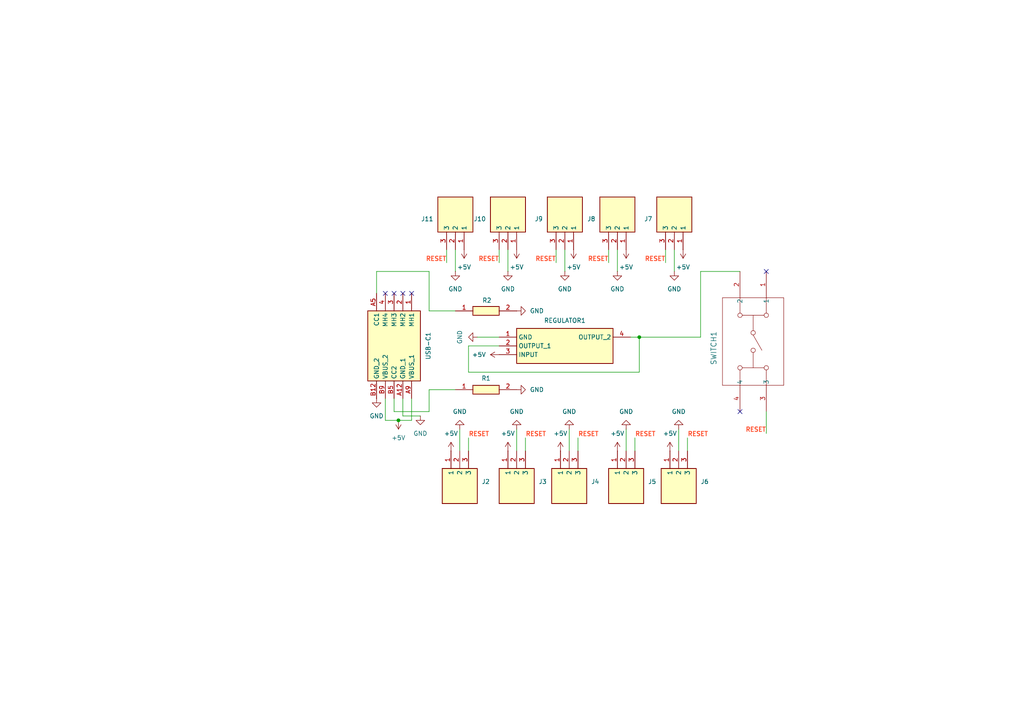
<source format=kicad_sch>
(kicad_sch
	(version 20250114)
	(generator "eeschema")
	(generator_version "9.0")
	(uuid "d02dc2b6-d299-47b7-aa2a-32c3df567ab0")
	(paper "A4")
	(lib_symbols
		(symbol "2025-12-29_20-17-10:1-1825910-4"
			(pin_names
				(offset 0.254)
			)
			(exclude_from_sim no)
			(in_bom yes)
			(on_board yes)
			(property "Reference" "SW"
				(at 20.32 10.16 0)
				(effects
					(font
						(size 1.524 1.524)
					)
				)
			)
			(property "Value" "1-1825910-4"
				(at 20.32 7.62 0)
				(effects
					(font
						(size 1.524 1.524)
					)
				)
			)
			(property "Footprint" "SW4_1825910-D_TEC"
				(at 0 0 0)
				(effects
					(font
						(size 1.27 1.27)
						(italic yes)
					)
					(hide yes)
				)
			)
			(property "Datasheet" "1-1825910-4"
				(at 0 0 0)
				(effects
					(font
						(size 1.27 1.27)
						(italic yes)
					)
					(hide yes)
				)
			)
			(property "Description" ""
				(at 0 0 0)
				(effects
					(font
						(size 1.27 1.27)
					)
					(hide yes)
				)
			)
			(property "ki_locked" ""
				(at 0 0 0)
				(effects
					(font
						(size 1.27 1.27)
					)
				)
			)
			(property "ki_keywords" "1-1825910-4"
				(at 0 0 0)
				(effects
					(font
						(size 1.27 1.27)
					)
					(hide yes)
				)
			)
			(property "ki_fp_filters" "SW4_1825910-D_TEC"
				(at 0 0 0)
				(effects
					(font
						(size 1.27 1.27)
					)
					(hide yes)
				)
			)
			(symbol "1-1825910-4_0_1"
				(polyline
					(pts
						(xy 7.62 5.08) (xy 7.62 -12.7)
					)
					(stroke
						(width 0.127)
						(type default)
					)
					(fill
						(type none)
					)
				)
				(polyline
					(pts
						(xy 7.62 0) (xy 12.065 0)
					)
					(stroke
						(width 0.127)
						(type default)
					)
					(fill
						(type none)
					)
				)
				(polyline
					(pts
						(xy 7.62 -7.62) (xy 12.065 -7.62)
					)
					(stroke
						(width 0.127)
						(type default)
					)
					(fill
						(type none)
					)
				)
				(polyline
					(pts
						(xy 7.62 -12.7) (xy 33.02 -12.7)
					)
					(stroke
						(width 0.127)
						(type default)
					)
					(fill
						(type none)
					)
				)
				(circle
					(center 12.7 0)
					(radius 0.635)
					(stroke
						(width 0.127)
						(type default)
					)
					(fill
						(type none)
					)
				)
				(polyline
					(pts
						(xy 12.7 -0.635) (xy 12.7 -6.985)
					)
					(stroke
						(width 0.127)
						(type default)
					)
					(fill
						(type none)
					)
				)
				(polyline
					(pts
						(xy 12.7 -3.81) (xy 17.145 -3.81)
					)
					(stroke
						(width 0.127)
						(type default)
					)
					(fill
						(type none)
					)
				)
				(circle
					(center 12.7 -7.62)
					(radius 0.635)
					(stroke
						(width 0.127)
						(type default)
					)
					(fill
						(type none)
					)
				)
				(circle
					(center 17.78 -3.81)
					(radius 0.635)
					(stroke
						(width 0.127)
						(type default)
					)
					(fill
						(type none)
					)
				)
				(polyline
					(pts
						(xy 18.415 -3.81) (xy 22.86 -1.27)
					)
					(stroke
						(width 0.127)
						(type default)
					)
					(fill
						(type none)
					)
				)
				(circle
					(center 22.86 -3.81)
					(radius 0.635)
					(stroke
						(width 0.127)
						(type default)
					)
					(fill
						(type none)
					)
				)
				(circle
					(center 27.94 0)
					(radius 0.635)
					(stroke
						(width 0.127)
						(type default)
					)
					(fill
						(type none)
					)
				)
				(polyline
					(pts
						(xy 27.94 -0.635) (xy 27.94 -6.985)
					)
					(stroke
						(width 0.127)
						(type default)
					)
					(fill
						(type none)
					)
				)
				(polyline
					(pts
						(xy 27.94 -3.81) (xy 23.495 -3.81)
					)
					(stroke
						(width 0.127)
						(type default)
					)
					(fill
						(type none)
					)
				)
				(circle
					(center 27.94 -7.62)
					(radius 0.635)
					(stroke
						(width 0.127)
						(type default)
					)
					(fill
						(type none)
					)
				)
				(polyline
					(pts
						(xy 33.02 5.08) (xy 7.62 5.08)
					)
					(stroke
						(width 0.127)
						(type default)
					)
					(fill
						(type none)
					)
				)
				(polyline
					(pts
						(xy 33.02 0) (xy 28.575 0)
					)
					(stroke
						(width 0.127)
						(type default)
					)
					(fill
						(type none)
					)
				)
				(polyline
					(pts
						(xy 33.02 -7.62) (xy 28.575 -7.62)
					)
					(stroke
						(width 0.127)
						(type default)
					)
					(fill
						(type none)
					)
				)
				(polyline
					(pts
						(xy 33.02 -12.7) (xy 33.02 5.08)
					)
					(stroke
						(width 0.127)
						(type default)
					)
					(fill
						(type none)
					)
				)
				(pin unspecified line
					(at 0 0 0)
					(length 7.62)
					(name "1"
						(effects
							(font
								(size 1.27 1.27)
							)
						)
					)
					(number "1"
						(effects
							(font
								(size 1.27 1.27)
							)
						)
					)
				)
				(pin unspecified line
					(at 0 -7.62 0)
					(length 7.62)
					(name "2"
						(effects
							(font
								(size 1.27 1.27)
							)
						)
					)
					(number "2"
						(effects
							(font
								(size 1.27 1.27)
							)
						)
					)
				)
				(pin unspecified line
					(at 40.64 0 180)
					(length 7.62)
					(name "3"
						(effects
							(font
								(size 1.27 1.27)
							)
						)
					)
					(number "3"
						(effects
							(font
								(size 1.27 1.27)
							)
						)
					)
				)
				(pin unspecified line
					(at 40.64 -7.62 180)
					(length 7.62)
					(name "4"
						(effects
							(font
								(size 1.27 1.27)
							)
						)
					)
					(number "4"
						(effects
							(font
								(size 1.27 1.27)
							)
						)
					)
				)
			)
			(embedded_fonts no)
		)
		(symbol "CR0603-FX-5101ELF:CR0603-FX-5101ELF"
			(pin_names
				(hide yes)
			)
			(exclude_from_sim no)
			(in_bom yes)
			(on_board yes)
			(property "Reference" "R"
				(at 13.97 6.35 0)
				(effects
					(font
						(size 1.27 1.27)
					)
					(justify left top)
				)
			)
			(property "Value" "CR0603-FX-5101ELF"
				(at 13.97 3.81 0)
				(effects
					(font
						(size 1.27 1.27)
					)
					(justify left top)
				)
			)
			(property "Footprint" "RESC1608X55N"
				(at 13.97 -96.19 0)
				(effects
					(font
						(size 1.27 1.27)
					)
					(justify left top)
					(hide yes)
				)
			)
			(property "Datasheet" "https://www.bourns.com/pdfs/chpreztr.pdf"
				(at 13.97 -196.19 0)
				(effects
					(font
						(size 1.27 1.27)
					)
					(justify left top)
					(hide yes)
				)
			)
			(property "Description" "BOURNS - CR0603-FX-5101ELF - RES, THICK FILM, 5K1, 1%, 0.1W, 0603"
				(at 0 0 0)
				(effects
					(font
						(size 1.27 1.27)
					)
					(hide yes)
				)
			)
			(property "Height" "0.55"
				(at 13.97 -396.19 0)
				(effects
					(font
						(size 1.27 1.27)
					)
					(justify left top)
					(hide yes)
				)
			)
			(property "Mouser Part Number" "652-CR0603FX-5101ELF"
				(at 13.97 -496.19 0)
				(effects
					(font
						(size 1.27 1.27)
					)
					(justify left top)
					(hide yes)
				)
			)
			(property "Mouser Price/Stock" "https://www.mouser.co.uk/ProductDetail/Bourns/CR0603-FX-5101ELF?qs=0nF2VnfAjXkzZl7D0jRjmQ%3D%3D"
				(at 13.97 -596.19 0)
				(effects
					(font
						(size 1.27 1.27)
					)
					(justify left top)
					(hide yes)
				)
			)
			(property "Manufacturer_Name" "Bourns"
				(at 13.97 -696.19 0)
				(effects
					(font
						(size 1.27 1.27)
					)
					(justify left top)
					(hide yes)
				)
			)
			(property "Manufacturer_Part_Number" "CR0603-FX-5101ELF"
				(at 13.97 -796.19 0)
				(effects
					(font
						(size 1.27 1.27)
					)
					(justify left top)
					(hide yes)
				)
			)
			(symbol "CR0603-FX-5101ELF_1_1"
				(rectangle
					(start 5.08 1.27)
					(end 12.7 -1.27)
					(stroke
						(width 0.254)
						(type default)
					)
					(fill
						(type background)
					)
				)
				(pin passive line
					(at 0 0 0)
					(length 5.08)
					(name "1"
						(effects
							(font
								(size 1.27 1.27)
							)
						)
					)
					(number "1"
						(effects
							(font
								(size 1.27 1.27)
							)
						)
					)
				)
				(pin passive line
					(at 17.78 0 180)
					(length 5.08)
					(name "2"
						(effects
							(font
								(size 1.27 1.27)
							)
						)
					)
					(number "2"
						(effects
							(font
								(size 1.27 1.27)
							)
						)
					)
				)
			)
			(embedded_fonts no)
		)
		(symbol "LMS8117AMP-3_3_NOPB:LMS8117AMP-3.3_NOPB"
			(exclude_from_sim no)
			(in_bom yes)
			(on_board yes)
			(property "Reference" "IC"
				(at 34.29 7.62 0)
				(effects
					(font
						(size 1.27 1.27)
					)
					(justify left top)
				)
			)
			(property "Value" "LMS8117AMP-3.3_NOPB"
				(at 34.29 5.08 0)
				(effects
					(font
						(size 1.27 1.27)
					)
					(justify left top)
				)
			)
			(property "Footprint" "SOT230P700X180-4N"
				(at 34.29 -94.92 0)
				(effects
					(font
						(size 1.27 1.27)
					)
					(justify left top)
					(hide yes)
				)
			)
			(property "Datasheet" "https://www.ti.com/lit/ds/symlink/lms8117a.pdf?ts=1607588040067&ref_url=https%253A%252F%252Fwww.ti.com%252Fstore%252Fti%252Fen%252Fp%252Fproduct%252F%253Fp%253DLMS8117AMP-3.3%252FNOPB%2526keyMatch%253DLMS8117AMP-3.3%252FNOPB%2526tisearch%253DSearch-EN-eve"
				(at 34.29 -194.92 0)
				(effects
					(font
						(size 1.27 1.27)
					)
					(justify left top)
					(hide yes)
				)
			)
			(property "Description" "LMS8117AMP-3.3/NOPB, Low Dropout Voltage Regulator, 1A, 3.3 V +/-1%, 2.5  15 Vin, 4-Pin SOT-223"
				(at 0 0 0)
				(effects
					(font
						(size 1.27 1.27)
					)
					(hide yes)
				)
			)
			(property "Height" "1.8"
				(at 34.29 -394.92 0)
				(effects
					(font
						(size 1.27 1.27)
					)
					(justify left top)
					(hide yes)
				)
			)
			(property "Mouser Part Number" "926-LMS8117AMP33NOPB"
				(at 34.29 -494.92 0)
				(effects
					(font
						(size 1.27 1.27)
					)
					(justify left top)
					(hide yes)
				)
			)
			(property "Mouser Price/Stock" "https://www.mouser.co.uk/ProductDetail/Texas-Instruments/LMS8117AMP-3.3-NOPB?qs=7lkVKPoqpbZFA2Dk3hw4bA%3D%3D"
				(at 34.29 -594.92 0)
				(effects
					(font
						(size 1.27 1.27)
					)
					(justify left top)
					(hide yes)
				)
			)
			(property "Manufacturer_Name" "Texas Instruments"
				(at 34.29 -694.92 0)
				(effects
					(font
						(size 1.27 1.27)
					)
					(justify left top)
					(hide yes)
				)
			)
			(property "Manufacturer_Part_Number" "LMS8117AMP-3.3/NOPB"
				(at 34.29 -794.92 0)
				(effects
					(font
						(size 1.27 1.27)
					)
					(justify left top)
					(hide yes)
				)
			)
			(symbol "LMS8117AMP-3.3_NOPB_1_1"
				(rectangle
					(start 5.08 2.54)
					(end 33.02 -7.62)
					(stroke
						(width 0.254)
						(type default)
					)
					(fill
						(type background)
					)
				)
				(pin passive line
					(at 0 0 0)
					(length 5.08)
					(name "GND"
						(effects
							(font
								(size 1.27 1.27)
							)
						)
					)
					(number "1"
						(effects
							(font
								(size 1.27 1.27)
							)
						)
					)
				)
				(pin passive line
					(at 0 -2.54 0)
					(length 5.08)
					(name "OUTPUT_1"
						(effects
							(font
								(size 1.27 1.27)
							)
						)
					)
					(number "2"
						(effects
							(font
								(size 1.27 1.27)
							)
						)
					)
				)
				(pin passive line
					(at 0 -5.08 0)
					(length 5.08)
					(name "INPUT"
						(effects
							(font
								(size 1.27 1.27)
							)
						)
					)
					(number "3"
						(effects
							(font
								(size 1.27 1.27)
							)
						)
					)
				)
				(pin passive line
					(at 38.1 0 180)
					(length 5.08)
					(name "OUTPUT_2"
						(effects
							(font
								(size 1.27 1.27)
							)
						)
					)
					(number "4"
						(effects
							(font
								(size 1.27 1.27)
							)
						)
					)
				)
			)
			(embedded_fonts no)
		)
		(symbol "S3B-PH-K-S-GW:S3B-PH-K-S-GW"
			(exclude_from_sim no)
			(in_bom yes)
			(on_board yes)
			(property "Reference" "J"
				(at 16.51 7.62 0)
				(effects
					(font
						(size 1.27 1.27)
					)
					(justify left top)
				)
			)
			(property "Value" "S3B-PH-K-S-GW"
				(at 16.51 5.08 0)
				(effects
					(font
						(size 1.27 1.27)
					)
					(justify left top)
				)
			)
			(property "Footprint" "S3BPHKSGW"
				(at 16.51 -94.92 0)
				(effects
					(font
						(size 1.27 1.27)
					)
					(justify left top)
					(hide yes)
				)
			)
			(property "Datasheet" "https://www.jst-mfg.com/product/pdf/eng/ePH.pdf"
				(at 16.51 -194.92 0)
				(effects
					(font
						(size 1.27 1.27)
					)
					(justify left top)
					(hide yes)
				)
			)
			(property "Description" "Connector Header Through Hole, Right Angle 3 position 0.079\" (2.00mm)"
				(at 0 0 0)
				(effects
					(font
						(size 1.27 1.27)
					)
					(hide yes)
				)
			)
			(property "Height" "4.8"
				(at 16.51 -394.92 0)
				(effects
					(font
						(size 1.27 1.27)
					)
					(justify left top)
					(hide yes)
				)
			)
			(property "Mouser Part Number" "306-S3B-PH-K-S-GW"
				(at 16.51 -494.92 0)
				(effects
					(font
						(size 1.27 1.27)
					)
					(justify left top)
					(hide yes)
				)
			)
			(property "Mouser Price/Stock" "https://www.mouser.co.uk/ProductDetail/JST-Commercial/S3B-PH-K-S-GW?qs=QpmGXVUTftELXF4WxsGzCQ%3D%3D"
				(at 16.51 -594.92 0)
				(effects
					(font
						(size 1.27 1.27)
					)
					(justify left top)
					(hide yes)
				)
			)
			(property "Manufacturer_Name" "JST (JAPAN SOLDERLESS TERMINALS)"
				(at 16.51 -694.92 0)
				(effects
					(font
						(size 1.27 1.27)
					)
					(justify left top)
					(hide yes)
				)
			)
			(property "Manufacturer_Part_Number" "S3B-PH-K-S-GW"
				(at 16.51 -794.92 0)
				(effects
					(font
						(size 1.27 1.27)
					)
					(justify left top)
					(hide yes)
				)
			)
			(symbol "S3B-PH-K-S-GW_1_1"
				(rectangle
					(start 5.08 2.54)
					(end 15.24 -7.62)
					(stroke
						(width 0.254)
						(type default)
					)
					(fill
						(type background)
					)
				)
				(pin passive line
					(at 0 0 0)
					(length 5.08)
					(name "3"
						(effects
							(font
								(size 1.27 1.27)
							)
						)
					)
					(number "3"
						(effects
							(font
								(size 1.27 1.27)
							)
						)
					)
				)
				(pin passive line
					(at 0 -2.54 0)
					(length 5.08)
					(name "2"
						(effects
							(font
								(size 1.27 1.27)
							)
						)
					)
					(number "2"
						(effects
							(font
								(size 1.27 1.27)
							)
						)
					)
				)
				(pin passive line
					(at 0 -5.08 0)
					(length 5.08)
					(name "1"
						(effects
							(font
								(size 1.27 1.27)
							)
						)
					)
					(number "1"
						(effects
							(font
								(size 1.27 1.27)
							)
						)
					)
				)
			)
			(embedded_fonts no)
		)
		(symbol "UJC-H-G-SMT-2-P6-TR:UJC-H-G-SMT-2-P6-TR"
			(exclude_from_sim no)
			(in_bom yes)
			(on_board yes)
			(property "Reference" "J"
				(at 26.67 7.62 0)
				(effects
					(font
						(size 1.27 1.27)
					)
					(justify left top)
				)
			)
			(property "Value" "UJC-H-G-SMT-2-P6-TR"
				(at 26.67 5.08 0)
				(effects
					(font
						(size 1.27 1.27)
					)
					(justify left top)
				)
			)
			(property "Footprint" "UJCHGSMT2P6TR"
				(at 26.67 -94.92 0)
				(effects
					(font
						(size 1.27 1.27)
					)
					(justify left top)
					(hide yes)
				)
			)
			(property "Datasheet" "https://www.sameskydevices.com/product/resource/UJC-H-G-SMT-2-P6-TR.pdf"
				(at 26.67 -194.92 0)
				(effects
					(font
						(size 1.27 1.27)
					)
					(justify left top)
					(hide yes)
				)
			)
			(property "Description" "UJC-H-G-SMT-2-P6-TR - Type C, Power Only, 30 Vdc, 5 A, Horizontal, Surface Mount, Anchor Pins Mounting Style, Surface Mount Contact Pin Type, Gold Plated 1 in, 6 Pins, USB Receptacle"
				(at 0 0 0)
				(effects
					(font
						(size 1.27 1.27)
					)
					(hide yes)
				)
			)
			(property "Height" "3.36"
				(at 26.67 -394.92 0)
				(effects
					(font
						(size 1.27 1.27)
					)
					(justify left top)
					(hide yes)
				)
			)
			(property "Mouser Part Number" "179-UJCHGSMT2P6TR"
				(at 26.67 -494.92 0)
				(effects
					(font
						(size 1.27 1.27)
					)
					(justify left top)
					(hide yes)
				)
			)
			(property "Mouser Price/Stock" "https://www.mouser.co.uk/ProductDetail/Same-Sky/UJC-H-G-SMT-2-P6-TR?qs=IKkN%2F947nfApFV8T6rOqww%3D%3D"
				(at 26.67 -594.92 0)
				(effects
					(font
						(size 1.27 1.27)
					)
					(justify left top)
					(hide yes)
				)
			)
			(property "Manufacturer_Name" "Same Sky"
				(at 26.67 -694.92 0)
				(effects
					(font
						(size 1.27 1.27)
					)
					(justify left top)
					(hide yes)
				)
			)
			(property "Manufacturer_Part_Number" "UJC-H-G-SMT-2-P6-TR"
				(at 26.67 -794.92 0)
				(effects
					(font
						(size 1.27 1.27)
					)
					(justify left top)
					(hide yes)
				)
			)
			(symbol "UJC-H-G-SMT-2-P6-TR_1_1"
				(rectangle
					(start 5.08 2.54)
					(end 25.4 -12.7)
					(stroke
						(width 0.254)
						(type default)
					)
					(fill
						(type background)
					)
				)
				(pin passive line
					(at 0 0 0)
					(length 5.08)
					(name "MH1"
						(effects
							(font
								(size 1.27 1.27)
							)
						)
					)
					(number "1"
						(effects
							(font
								(size 1.27 1.27)
							)
						)
					)
				)
				(pin passive line
					(at 0 -2.54 0)
					(length 5.08)
					(name "MH2"
						(effects
							(font
								(size 1.27 1.27)
							)
						)
					)
					(number "2"
						(effects
							(font
								(size 1.27 1.27)
							)
						)
					)
				)
				(pin passive line
					(at 0 -5.08 0)
					(length 5.08)
					(name "MH3"
						(effects
							(font
								(size 1.27 1.27)
							)
						)
					)
					(number "3"
						(effects
							(font
								(size 1.27 1.27)
							)
						)
					)
				)
				(pin passive line
					(at 0 -7.62 0)
					(length 5.08)
					(name "MH4"
						(effects
							(font
								(size 1.27 1.27)
							)
						)
					)
					(number "4"
						(effects
							(font
								(size 1.27 1.27)
							)
						)
					)
				)
				(pin passive line
					(at 0 -10.16 0)
					(length 5.08)
					(name "CC1"
						(effects
							(font
								(size 1.27 1.27)
							)
						)
					)
					(number "A5"
						(effects
							(font
								(size 1.27 1.27)
							)
						)
					)
				)
				(pin passive line
					(at 30.48 0 180)
					(length 5.08)
					(name "VBUS_1"
						(effects
							(font
								(size 1.27 1.27)
							)
						)
					)
					(number "A9"
						(effects
							(font
								(size 1.27 1.27)
							)
						)
					)
				)
				(pin passive line
					(at 30.48 -2.54 180)
					(length 5.08)
					(name "GND_1"
						(effects
							(font
								(size 1.27 1.27)
							)
						)
					)
					(number "A12"
						(effects
							(font
								(size 1.27 1.27)
							)
						)
					)
				)
				(pin passive line
					(at 30.48 -5.08 180)
					(length 5.08)
					(name "CC2"
						(effects
							(font
								(size 1.27 1.27)
							)
						)
					)
					(number "B5"
						(effects
							(font
								(size 1.27 1.27)
							)
						)
					)
				)
				(pin passive line
					(at 30.48 -7.62 180)
					(length 5.08)
					(name "VBUS_2"
						(effects
							(font
								(size 1.27 1.27)
							)
						)
					)
					(number "B9"
						(effects
							(font
								(size 1.27 1.27)
							)
						)
					)
				)
				(pin passive line
					(at 30.48 -10.16 180)
					(length 5.08)
					(name "GND_2"
						(effects
							(font
								(size 1.27 1.27)
							)
						)
					)
					(number "B12"
						(effects
							(font
								(size 1.27 1.27)
							)
						)
					)
				)
			)
			(embedded_fonts no)
		)
		(symbol "power:+5V"
			(power)
			(pin_numbers
				(hide yes)
			)
			(pin_names
				(offset 0)
				(hide yes)
			)
			(exclude_from_sim no)
			(in_bom yes)
			(on_board yes)
			(property "Reference" "#PWR"
				(at 0 -3.81 0)
				(effects
					(font
						(size 1.27 1.27)
					)
					(hide yes)
				)
			)
			(property "Value" "+5V"
				(at 0 3.556 0)
				(effects
					(font
						(size 1.27 1.27)
					)
				)
			)
			(property "Footprint" ""
				(at 0 0 0)
				(effects
					(font
						(size 1.27 1.27)
					)
					(hide yes)
				)
			)
			(property "Datasheet" ""
				(at 0 0 0)
				(effects
					(font
						(size 1.27 1.27)
					)
					(hide yes)
				)
			)
			(property "Description" "Power symbol creates a global label with name \"+5V\""
				(at 0 0 0)
				(effects
					(font
						(size 1.27 1.27)
					)
					(hide yes)
				)
			)
			(property "ki_keywords" "global power"
				(at 0 0 0)
				(effects
					(font
						(size 1.27 1.27)
					)
					(hide yes)
				)
			)
			(symbol "+5V_0_1"
				(polyline
					(pts
						(xy -0.762 1.27) (xy 0 2.54)
					)
					(stroke
						(width 0)
						(type default)
					)
					(fill
						(type none)
					)
				)
				(polyline
					(pts
						(xy 0 2.54) (xy 0.762 1.27)
					)
					(stroke
						(width 0)
						(type default)
					)
					(fill
						(type none)
					)
				)
				(polyline
					(pts
						(xy 0 0) (xy 0 2.54)
					)
					(stroke
						(width 0)
						(type default)
					)
					(fill
						(type none)
					)
				)
			)
			(symbol "+5V_1_1"
				(pin power_in line
					(at 0 0 90)
					(length 0)
					(name "~"
						(effects
							(font
								(size 1.27 1.27)
							)
						)
					)
					(number "1"
						(effects
							(font
								(size 1.27 1.27)
							)
						)
					)
				)
			)
			(embedded_fonts no)
		)
		(symbol "power:GND"
			(power)
			(pin_numbers
				(hide yes)
			)
			(pin_names
				(offset 0)
				(hide yes)
			)
			(exclude_from_sim no)
			(in_bom yes)
			(on_board yes)
			(property "Reference" "#PWR"
				(at 0 -6.35 0)
				(effects
					(font
						(size 1.27 1.27)
					)
					(hide yes)
				)
			)
			(property "Value" "GND"
				(at 0 -3.81 0)
				(effects
					(font
						(size 1.27 1.27)
					)
				)
			)
			(property "Footprint" ""
				(at 0 0 0)
				(effects
					(font
						(size 1.27 1.27)
					)
					(hide yes)
				)
			)
			(property "Datasheet" ""
				(at 0 0 0)
				(effects
					(font
						(size 1.27 1.27)
					)
					(hide yes)
				)
			)
			(property "Description" "Power symbol creates a global label with name \"GND\" , ground"
				(at 0 0 0)
				(effects
					(font
						(size 1.27 1.27)
					)
					(hide yes)
				)
			)
			(property "ki_keywords" "global power"
				(at 0 0 0)
				(effects
					(font
						(size 1.27 1.27)
					)
					(hide yes)
				)
			)
			(symbol "GND_0_1"
				(polyline
					(pts
						(xy 0 0) (xy 0 -1.27) (xy 1.27 -1.27) (xy 0 -2.54) (xy -1.27 -1.27) (xy 0 -1.27)
					)
					(stroke
						(width 0)
						(type default)
					)
					(fill
						(type none)
					)
				)
			)
			(symbol "GND_1_1"
				(pin power_in line
					(at 0 0 270)
					(length 0)
					(name "~"
						(effects
							(font
								(size 1.27 1.27)
							)
						)
					)
					(number "1"
						(effects
							(font
								(size 1.27 1.27)
							)
						)
					)
				)
			)
			(embedded_fonts no)
		)
	)
	(junction
		(at 115.57 121.92)
		(diameter 0)
		(color 0 0 0 0)
		(uuid "60d29c35-3848-4bf3-89ce-6907b695fb26")
	)
	(junction
		(at 185.42 97.79)
		(diameter 0)
		(color 0 0 0 0)
		(uuid "a7e640d7-2ea4-47cd-bccd-2ecc626ac266")
	)
	(no_connect
		(at 116.84 85.09)
		(uuid "18475153-bd17-45d0-a539-b00b630d9958")
	)
	(no_connect
		(at 214.63 119.38)
		(uuid "2f8bda3b-ee2a-4a49-832d-ef02fc8e9a20")
	)
	(no_connect
		(at 119.38 85.09)
		(uuid "3e4c7509-d060-4640-b6eb-6b588b8be5db")
	)
	(no_connect
		(at 222.25 78.74)
		(uuid "a6663998-dd4b-4c27-bfbb-000575276c19")
	)
	(no_connect
		(at 114.3 85.09)
		(uuid "b9e549c5-1578-4cf7-b4ac-6fc75827f6dc")
	)
	(no_connect
		(at 111.76 85.09)
		(uuid "d85bbd3f-a92b-4711-814b-ebf3f2cddba3")
	)
	(wire
		(pts
			(xy 185.42 97.79) (xy 203.2 97.79)
		)
		(stroke
			(width 0)
			(type default)
		)
		(uuid "00385ce7-e236-4ccc-91d8-1d069d129583")
	)
	(wire
		(pts
			(xy 111.76 115.57) (xy 111.76 121.92)
		)
		(stroke
			(width 0)
			(type default)
		)
		(uuid "0a700055-742e-4d5f-9aed-73704d29f6f1")
	)
	(wire
		(pts
			(xy 161.29 72.39) (xy 161.29 76.2)
		)
		(stroke
			(width 0)
			(type default)
		)
		(uuid "0ec634b3-03a3-4eb6-91cc-6690afca2492")
	)
	(wire
		(pts
			(xy 116.84 120.65) (xy 116.84 115.57)
		)
		(stroke
			(width 0)
			(type default)
		)
		(uuid "10e2559d-ef42-4cf6-b0b9-ecb5dcbaeef2")
	)
	(wire
		(pts
			(xy 182.88 97.79) (xy 185.42 97.79)
		)
		(stroke
			(width 0)
			(type default)
		)
		(uuid "1406a772-169e-49b4-a1a1-1afe92ea9ca7")
	)
	(wire
		(pts
			(xy 135.89 100.33) (xy 135.89 107.95)
		)
		(stroke
			(width 0)
			(type default)
		)
		(uuid "1a72f0bf-03a0-495a-9521-98472f04ff2f")
	)
	(wire
		(pts
			(xy 124.46 78.74) (xy 109.22 78.74)
		)
		(stroke
			(width 0)
			(type default)
		)
		(uuid "1c654134-0991-40bd-9ab2-d62977e1d5d7")
	)
	(wire
		(pts
			(xy 114.3 119.38) (xy 114.3 115.57)
		)
		(stroke
			(width 0)
			(type default)
		)
		(uuid "1f3ae5c0-ce92-4ef1-9b88-5b33ec5a730d")
	)
	(wire
		(pts
			(xy 111.76 121.92) (xy 115.57 121.92)
		)
		(stroke
			(width 0)
			(type default)
		)
		(uuid "1fe94214-5517-4142-b780-26074586fede")
	)
	(wire
		(pts
			(xy 147.32 78.74) (xy 147.32 72.39)
		)
		(stroke
			(width 0)
			(type default)
		)
		(uuid "20077da5-95c2-46e7-be5d-cd9f3d5b48ba")
	)
	(wire
		(pts
			(xy 132.08 113.03) (xy 124.46 113.03)
		)
		(stroke
			(width 0)
			(type default)
		)
		(uuid "238b88d4-3762-4512-b6cb-ba18ad3af28a")
	)
	(wire
		(pts
			(xy 152.4 130.81) (xy 152.4 127)
		)
		(stroke
			(width 0)
			(type default)
		)
		(uuid "27ff68aa-918d-4c1e-964e-e9506973d096")
	)
	(wire
		(pts
			(xy 222.25 125.73) (xy 222.25 119.38)
		)
		(stroke
			(width 0)
			(type default)
		)
		(uuid "283819da-a0d2-493a-bea3-554a92cdc110")
	)
	(wire
		(pts
			(xy 144.78 100.33) (xy 135.89 100.33)
		)
		(stroke
			(width 0)
			(type default)
		)
		(uuid "2dc4468f-6406-4372-a272-64a1075885ea")
	)
	(wire
		(pts
			(xy 199.39 130.81) (xy 199.39 127)
		)
		(stroke
			(width 0)
			(type default)
		)
		(uuid "3af27f94-6055-4b88-8d71-e10dcd2a1e0c")
	)
	(wire
		(pts
			(xy 176.53 72.39) (xy 176.53 76.2)
		)
		(stroke
			(width 0)
			(type default)
		)
		(uuid "3e180ec2-6124-41cd-b6c4-16b32fcb0ab4")
	)
	(wire
		(pts
			(xy 133.35 124.46) (xy 133.35 130.81)
		)
		(stroke
			(width 0)
			(type default)
		)
		(uuid "459bed8f-7269-4921-a5be-40cf0ac098cf")
	)
	(wire
		(pts
			(xy 203.2 97.79) (xy 203.2 78.74)
		)
		(stroke
			(width 0)
			(type default)
		)
		(uuid "45c2ecb3-be0f-433d-98ef-3cd84fad7e03")
	)
	(wire
		(pts
			(xy 135.89 130.81) (xy 135.89 127)
		)
		(stroke
			(width 0)
			(type default)
		)
		(uuid "476f60c9-4029-47a9-98a0-df0d3aeac6ac")
	)
	(wire
		(pts
			(xy 167.64 130.81) (xy 167.64 127)
		)
		(stroke
			(width 0)
			(type default)
		)
		(uuid "547699fe-9ddd-4304-85d2-7e0c7532a3cc")
	)
	(wire
		(pts
			(xy 109.22 78.74) (xy 109.22 85.09)
		)
		(stroke
			(width 0)
			(type default)
		)
		(uuid "647b5d02-14cc-4a54-bb56-e3a8cd1cb64f")
	)
	(wire
		(pts
			(xy 203.2 78.74) (xy 214.63 78.74)
		)
		(stroke
			(width 0)
			(type default)
		)
		(uuid "7175ec85-e8e2-48ca-9be6-8450615c9864")
	)
	(wire
		(pts
			(xy 184.15 130.81) (xy 184.15 127)
		)
		(stroke
			(width 0)
			(type default)
		)
		(uuid "86cabac3-9981-4a9e-a50a-3ef90eb356d4")
	)
	(wire
		(pts
			(xy 129.54 72.39) (xy 129.54 76.2)
		)
		(stroke
			(width 0)
			(type default)
		)
		(uuid "8ff0775b-36bf-4e58-bfd1-66858ac229d2")
	)
	(wire
		(pts
			(xy 115.57 121.92) (xy 119.38 121.92)
		)
		(stroke
			(width 0)
			(type default)
		)
		(uuid "930c8729-2904-447a-9457-2654961bc905")
	)
	(wire
		(pts
			(xy 165.1 124.46) (xy 165.1 130.81)
		)
		(stroke
			(width 0)
			(type default)
		)
		(uuid "95621fcb-3350-4180-9980-6ccc307fa9f2")
	)
	(wire
		(pts
			(xy 181.61 124.46) (xy 181.61 130.81)
		)
		(stroke
			(width 0)
			(type default)
		)
		(uuid "97cb3e4f-5f32-42e7-9568-a5531c2155d7")
	)
	(wire
		(pts
			(xy 196.85 124.46) (xy 196.85 130.81)
		)
		(stroke
			(width 0)
			(type default)
		)
		(uuid "9bb86007-4d65-4c9e-b3a6-d2318ebe88db")
	)
	(wire
		(pts
			(xy 124.46 90.17) (xy 124.46 78.74)
		)
		(stroke
			(width 0)
			(type default)
		)
		(uuid "a5423ca0-5f32-41ab-ac2b-09fae1cde273")
	)
	(wire
		(pts
			(xy 138.43 97.79) (xy 144.78 97.79)
		)
		(stroke
			(width 0)
			(type default)
		)
		(uuid "af42fea2-fe05-4d66-a0d8-c17a4fde7c41")
	)
	(wire
		(pts
			(xy 144.78 72.39) (xy 144.78 76.2)
		)
		(stroke
			(width 0)
			(type default)
		)
		(uuid "b1d5470c-777a-472e-9238-f1aec01ba0dd")
	)
	(wire
		(pts
			(xy 195.58 78.74) (xy 195.58 72.39)
		)
		(stroke
			(width 0)
			(type default)
		)
		(uuid "b3781dc5-7336-419d-8b45-3c27c1a50482")
	)
	(wire
		(pts
			(xy 135.89 107.95) (xy 185.42 107.95)
		)
		(stroke
			(width 0)
			(type default)
		)
		(uuid "b81e60ea-2ce3-4f9c-8e1f-a59af0c28f32")
	)
	(wire
		(pts
			(xy 119.38 121.92) (xy 119.38 115.57)
		)
		(stroke
			(width 0)
			(type default)
		)
		(uuid "b9090c75-6daa-44c5-910d-1fa892717e90")
	)
	(wire
		(pts
			(xy 132.08 78.74) (xy 132.08 72.39)
		)
		(stroke
			(width 0)
			(type default)
		)
		(uuid "bfd56ac4-8251-49d7-a14f-27f69ed532c2")
	)
	(wire
		(pts
			(xy 124.46 113.03) (xy 124.46 119.38)
		)
		(stroke
			(width 0)
			(type default)
		)
		(uuid "c127e72c-8542-43f3-9af1-46e055d7777f")
	)
	(wire
		(pts
			(xy 124.46 119.38) (xy 114.3 119.38)
		)
		(stroke
			(width 0)
			(type default)
		)
		(uuid "cc677e32-fa77-492d-85be-e2ad16693191")
	)
	(wire
		(pts
			(xy 121.92 120.65) (xy 116.84 120.65)
		)
		(stroke
			(width 0)
			(type default)
		)
		(uuid "d2c520b8-c799-43ff-affd-22cd6bd25438")
	)
	(wire
		(pts
			(xy 179.07 78.74) (xy 179.07 72.39)
		)
		(stroke
			(width 0)
			(type default)
		)
		(uuid "dc2423fa-d0ac-4f0e-bc58-47294d8b5a30")
	)
	(wire
		(pts
			(xy 193.04 72.39) (xy 193.04 76.2)
		)
		(stroke
			(width 0)
			(type default)
		)
		(uuid "e0edc2b5-3158-409a-9cbb-df362a90e437")
	)
	(wire
		(pts
			(xy 132.08 90.17) (xy 124.46 90.17)
		)
		(stroke
			(width 0)
			(type default)
		)
		(uuid "eb09cdc2-66ae-47c1-a052-b4bf016c0917")
	)
	(wire
		(pts
			(xy 163.83 78.74) (xy 163.83 72.39)
		)
		(stroke
			(width 0)
			(type default)
		)
		(uuid "f3d1baad-e7a9-4d79-97cf-f9900d2bc70a")
	)
	(wire
		(pts
			(xy 185.42 107.95) (xy 185.42 97.79)
		)
		(stroke
			(width 0)
			(type default)
		)
		(uuid "fe73f591-12f1-49cd-9177-e61a7fc533cd")
	)
	(wire
		(pts
			(xy 149.86 124.46) (xy 149.86 130.81)
		)
		(stroke
			(width 0)
			(type default)
		)
		(uuid "fea03409-68d7-41c0-85f3-ec9133492bce")
	)
	(label "RESET"
		(at 222.25 125.73 180)
		(effects
			(font
				(size 1.27 1.27)
				(thickness 0.254)
				(bold yes)
				(color 255 82 49 1)
			)
			(justify right bottom)
		)
		(uuid "06ce1e7b-7a50-4513-925d-81723afb5e8a")
	)
	(label "RESET"
		(at 129.54 76.2 180)
		(effects
			(font
				(size 1.27 1.27)
				(thickness 0.254)
				(bold yes)
				(color 255 82 49 1)
			)
			(justify right bottom)
		)
		(uuid "5c10c338-4b76-4cee-9b3c-1eeb4991a682")
	)
	(label "RESET"
		(at 176.53 76.2 180)
		(effects
			(font
				(size 1.27 1.27)
				(thickness 0.254)
				(bold yes)
				(color 255 82 49 1)
			)
			(justify right bottom)
		)
		(uuid "5d418968-48e6-4c2c-a0b0-2846793f3d0c")
	)
	(label "RESET"
		(at 161.29 76.2 180)
		(effects
			(font
				(size 1.27 1.27)
				(thickness 0.254)
				(bold yes)
				(color 255 82 49 1)
			)
			(justify right bottom)
		)
		(uuid "608b1c86-afe6-45e4-b5de-10209ff08f9f")
	)
	(label "RESET"
		(at 184.15 127 0)
		(effects
			(font
				(size 1.27 1.27)
				(thickness 0.254)
				(bold yes)
				(color 255 82 49 1)
			)
			(justify left bottom)
		)
		(uuid "87ff107c-3d3e-41c1-816b-52168cbb681f")
	)
	(label "RESET"
		(at 152.4 127 0)
		(effects
			(font
				(size 1.27 1.27)
				(thickness 0.254)
				(bold yes)
				(color 255 82 49 1)
			)
			(justify left bottom)
		)
		(uuid "9e1e2c6e-801d-440b-8988-d1eac15a287a")
	)
	(label "RESET"
		(at 199.39 127 0)
		(effects
			(font
				(size 1.27 1.27)
				(thickness 0.254)
				(bold yes)
				(color 255 82 49 1)
			)
			(justify left bottom)
		)
		(uuid "a347215f-d100-42ba-9657-d39d6127b66e")
	)
	(label "RESET"
		(at 135.89 127 0)
		(effects
			(font
				(size 1.27 1.27)
				(thickness 0.254)
				(bold yes)
				(color 255 82 49 1)
			)
			(justify left bottom)
		)
		(uuid "ac9f60d7-10b2-46af-be71-a4912c4dd654")
	)
	(label "RESET"
		(at 144.78 76.2 180)
		(effects
			(font
				(size 1.27 1.27)
				(thickness 0.254)
				(bold yes)
				(color 255 82 49 1)
			)
			(justify right bottom)
		)
		(uuid "ba0be670-fb3b-4640-a6b1-d919dd86eedb")
	)
	(label "RESET"
		(at 193.04 76.2 180)
		(effects
			(font
				(size 1.27 1.27)
				(thickness 0.254)
				(bold yes)
				(color 255 82 49 1)
			)
			(justify right bottom)
		)
		(uuid "f1be398b-9126-46cc-a33d-993161f0abfe")
	)
	(label "RESET"
		(at 167.64 127 0)
		(effects
			(font
				(size 1.27 1.27)
				(thickness 0.254)
				(bold yes)
				(color 255 82 49 1)
			)
			(justify left bottom)
		)
		(uuid "f97643ab-626a-4fa3-aa15-fe7c6010e8af")
	)
	(symbol
		(lib_id "power:GND")
		(at 181.61 124.46 180)
		(unit 1)
		(exclude_from_sim no)
		(in_bom yes)
		(on_board yes)
		(dnp no)
		(fields_autoplaced yes)
		(uuid "08104b6f-8378-4935-90df-821d92eeacda")
		(property "Reference" "#PWR020"
			(at 181.61 118.11 0)
			(effects
				(font
					(size 1.27 1.27)
				)
				(hide yes)
			)
		)
		(property "Value" "GND"
			(at 181.61 119.38 0)
			(effects
				(font
					(size 1.27 1.27)
				)
			)
		)
		(property "Footprint" ""
			(at 181.61 124.46 0)
			(effects
				(font
					(size 1.27 1.27)
				)
				(hide yes)
			)
		)
		(property "Datasheet" ""
			(at 181.61 124.46 0)
			(effects
				(font
					(size 1.27 1.27)
				)
				(hide yes)
			)
		)
		(property "Description" "Power symbol creates a global label with name \"GND\" , ground"
			(at 181.61 124.46 0)
			(effects
				(font
					(size 1.27 1.27)
				)
				(hide yes)
			)
		)
		(pin "1"
			(uuid "1d307983-7002-4dd0-bc02-e135d4b707cb")
		)
		(instances
			(project "BOREALIS_MOTHERBOARD"
				(path "/d02dc2b6-d299-47b7-aa2a-32c3df567ab0"
					(reference "#PWR020")
					(unit 1)
				)
			)
		)
	)
	(symbol
		(lib_id "power:GND")
		(at 109.22 115.57 0)
		(unit 1)
		(exclude_from_sim no)
		(in_bom yes)
		(on_board yes)
		(dnp no)
		(fields_autoplaced yes)
		(uuid "0942b80b-0f00-4f5f-b785-f0d84b1b5fba")
		(property "Reference" "#PWR03"
			(at 109.22 121.92 0)
			(effects
				(font
					(size 1.27 1.27)
				)
				(hide yes)
			)
		)
		(property "Value" "GND"
			(at 109.22 120.65 0)
			(effects
				(font
					(size 1.27 1.27)
				)
			)
		)
		(property "Footprint" ""
			(at 109.22 115.57 0)
			(effects
				(font
					(size 1.27 1.27)
				)
				(hide yes)
			)
		)
		(property "Datasheet" ""
			(at 109.22 115.57 0)
			(effects
				(font
					(size 1.27 1.27)
				)
				(hide yes)
			)
		)
		(property "Description" "Power symbol creates a global label with name \"GND\" , ground"
			(at 109.22 115.57 0)
			(effects
				(font
					(size 1.27 1.27)
				)
				(hide yes)
			)
		)
		(pin "1"
			(uuid "76da8e01-ec75-40a2-8212-f8fa82e68863")
		)
		(instances
			(project ""
				(path "/d02dc2b6-d299-47b7-aa2a-32c3df567ab0"
					(reference "#PWR03")
					(unit 1)
				)
			)
		)
	)
	(symbol
		(lib_id "S3B-PH-K-S-GW:S3B-PH-K-S-GW")
		(at 176.53 72.39 90)
		(unit 1)
		(exclude_from_sim no)
		(in_bom yes)
		(on_board yes)
		(dnp no)
		(fields_autoplaced yes)
		(uuid "09558953-275a-48c4-9ffd-58dd8fff6990")
		(property "Reference" "J8"
			(at 172.72 63.5001 90)
			(effects
				(font
					(size 1.27 1.27)
				)
				(justify left)
			)
		)
		(property "Value" "S3B-PH-K-S-GW"
			(at 172.72 60.9601 90)
			(effects
				(font
					(size 1.27 1.27)
				)
				(justify left)
				(hide yes)
			)
		)
		(property "Footprint" "BOROR:S3BPHKSGW"
			(at 271.45 55.88 0)
			(effects
				(font
					(size 1.27 1.27)
				)
				(justify left top)
				(hide yes)
			)
		)
		(property "Datasheet" "https://www.jst-mfg.com/product/pdf/eng/ePH.pdf"
			(at 371.45 55.88 0)
			(effects
				(font
					(size 1.27 1.27)
				)
				(justify left top)
				(hide yes)
			)
		)
		(property "Description" "Connector Header Through Hole, Right Angle 3 position 0.079\" (2.00mm)"
			(at 176.53 72.39 0)
			(effects
				(font
					(size 1.27 1.27)
				)
				(hide yes)
			)
		)
		(property "Height" "4.8"
			(at 571.45 55.88 0)
			(effects
				(font
					(size 1.27 1.27)
				)
				(justify left top)
				(hide yes)
			)
		)
		(property "Mouser Part Number" "306-S3B-PH-K-S-GW"
			(at 671.45 55.88 0)
			(effects
				(font
					(size 1.27 1.27)
				)
				(justify left top)
				(hide yes)
			)
		)
		(property "Mouser Price/Stock" "https://www.mouser.co.uk/ProductDetail/JST-Commercial/S3B-PH-K-S-GW?qs=QpmGXVUTftELXF4WxsGzCQ%3D%3D"
			(at 771.45 55.88 0)
			(effects
				(font
					(size 1.27 1.27)
				)
				(justify left top)
				(hide yes)
			)
		)
		(property "Manufacturer_Name" "JST (JAPAN SOLDERLESS TERMINALS)"
			(at 871.45 55.88 0)
			(effects
				(font
					(size 1.27 1.27)
				)
				(justify left top)
				(hide yes)
			)
		)
		(property "Manufacturer_Part_Number" "S3B-PH-K-S-GW"
			(at 971.45 55.88 0)
			(effects
				(font
					(size 1.27 1.27)
				)
				(justify left top)
				(hide yes)
			)
		)
		(pin "2"
			(uuid "f9af8f2f-7a70-4986-9b25-33542afbe0ae")
		)
		(pin "3"
			(uuid "c9c98a48-37e0-4c21-a7f6-f8b5bbc92c33")
		)
		(pin "1"
			(uuid "c94ee7d6-b14c-46b2-9366-425a9bb19fd9")
		)
		(instances
			(project "BOREALIS_MOTHERBOARD"
				(path "/d02dc2b6-d299-47b7-aa2a-32c3df567ab0"
					(reference "J8")
					(unit 1)
				)
			)
		)
	)
	(symbol
		(lib_id "power:GND")
		(at 163.83 78.74 0)
		(unit 1)
		(exclude_from_sim no)
		(in_bom yes)
		(on_board yes)
		(dnp no)
		(fields_autoplaced yes)
		(uuid "095b967f-83f2-4b96-a2f0-1f33653dc11c")
		(property "Reference" "#PWR024"
			(at 163.83 85.09 0)
			(effects
				(font
					(size 1.27 1.27)
				)
				(hide yes)
			)
		)
		(property "Value" "GND"
			(at 163.83 83.82 0)
			(effects
				(font
					(size 1.27 1.27)
				)
			)
		)
		(property "Footprint" ""
			(at 163.83 78.74 0)
			(effects
				(font
					(size 1.27 1.27)
				)
				(hide yes)
			)
		)
		(property "Datasheet" ""
			(at 163.83 78.74 0)
			(effects
				(font
					(size 1.27 1.27)
				)
				(hide yes)
			)
		)
		(property "Description" "Power symbol creates a global label with name \"GND\" , ground"
			(at 163.83 78.74 0)
			(effects
				(font
					(size 1.27 1.27)
				)
				(hide yes)
			)
		)
		(pin "1"
			(uuid "00261226-2c1e-4a40-a41e-20c5b65e8d1f")
		)
		(instances
			(project "BOREALIS_MOTHERBOARD"
				(path "/d02dc2b6-d299-47b7-aa2a-32c3df567ab0"
					(reference "#PWR024")
					(unit 1)
				)
			)
		)
	)
	(symbol
		(lib_id "S3B-PH-K-S-GW:S3B-PH-K-S-GW")
		(at 193.04 72.39 90)
		(unit 1)
		(exclude_from_sim no)
		(in_bom yes)
		(on_board yes)
		(dnp no)
		(fields_autoplaced yes)
		(uuid "126017d9-b9fb-4db1-b299-79c675896b1d")
		(property "Reference" "J7"
			(at 189.23 63.5001 90)
			(effects
				(font
					(size 1.27 1.27)
				)
				(justify left)
			)
		)
		(property "Value" "S3B-PH-K-S-GW"
			(at 189.23 60.9601 90)
			(effects
				(font
					(size 1.27 1.27)
				)
				(justify left)
				(hide yes)
			)
		)
		(property "Footprint" "BOROR:S3BPHKSGW"
			(at 287.96 55.88 0)
			(effects
				(font
					(size 1.27 1.27)
				)
				(justify left top)
				(hide yes)
			)
		)
		(property "Datasheet" "https://www.jst-mfg.com/product/pdf/eng/ePH.pdf"
			(at 387.96 55.88 0)
			(effects
				(font
					(size 1.27 1.27)
				)
				(justify left top)
				(hide yes)
			)
		)
		(property "Description" "Connector Header Through Hole, Right Angle 3 position 0.079\" (2.00mm)"
			(at 193.04 72.39 0)
			(effects
				(font
					(size 1.27 1.27)
				)
				(hide yes)
			)
		)
		(property "Height" "4.8"
			(at 587.96 55.88 0)
			(effects
				(font
					(size 1.27 1.27)
				)
				(justify left top)
				(hide yes)
			)
		)
		(property "Mouser Part Number" "306-S3B-PH-K-S-GW"
			(at 687.96 55.88 0)
			(effects
				(font
					(size 1.27 1.27)
				)
				(justify left top)
				(hide yes)
			)
		)
		(property "Mouser Price/Stock" "https://www.mouser.co.uk/ProductDetail/JST-Commercial/S3B-PH-K-S-GW?qs=QpmGXVUTftELXF4WxsGzCQ%3D%3D"
			(at 787.96 55.88 0)
			(effects
				(font
					(size 1.27 1.27)
				)
				(justify left top)
				(hide yes)
			)
		)
		(property "Manufacturer_Name" "JST (JAPAN SOLDERLESS TERMINALS)"
			(at 887.96 55.88 0)
			(effects
				(font
					(size 1.27 1.27)
				)
				(justify left top)
				(hide yes)
			)
		)
		(property "Manufacturer_Part_Number" "S3B-PH-K-S-GW"
			(at 987.96 55.88 0)
			(effects
				(font
					(size 1.27 1.27)
				)
				(justify left top)
				(hide yes)
			)
		)
		(pin "2"
			(uuid "c118a187-88a5-4961-a017-46fbd268cff6")
		)
		(pin "3"
			(uuid "cbffdf2e-dcd7-4863-8fb3-88c36125528b")
		)
		(pin "1"
			(uuid "9179d4e7-b485-4ed1-9ebe-0e21bbfb2df8")
		)
		(instances
			(project "BOREALIS_MOTHERBOARD"
				(path "/d02dc2b6-d299-47b7-aa2a-32c3df567ab0"
					(reference "J7")
					(unit 1)
				)
			)
		)
	)
	(symbol
		(lib_id "power:GND")
		(at 147.32 78.74 0)
		(unit 1)
		(exclude_from_sim no)
		(in_bom yes)
		(on_board yes)
		(dnp no)
		(fields_autoplaced yes)
		(uuid "144e9528-01c7-475c-8567-26324a916e5c")
		(property "Reference" "#PWR023"
			(at 147.32 85.09 0)
			(effects
				(font
					(size 1.27 1.27)
				)
				(hide yes)
			)
		)
		(property "Value" "GND"
			(at 147.32 83.82 0)
			(effects
				(font
					(size 1.27 1.27)
				)
			)
		)
		(property "Footprint" ""
			(at 147.32 78.74 0)
			(effects
				(font
					(size 1.27 1.27)
				)
				(hide yes)
			)
		)
		(property "Datasheet" ""
			(at 147.32 78.74 0)
			(effects
				(font
					(size 1.27 1.27)
				)
				(hide yes)
			)
		)
		(property "Description" "Power symbol creates a global label with name \"GND\" , ground"
			(at 147.32 78.74 0)
			(effects
				(font
					(size 1.27 1.27)
				)
				(hide yes)
			)
		)
		(pin "1"
			(uuid "46a246d0-3cf3-4b69-bd8e-dc4aa800d7f4")
		)
		(instances
			(project "BOREALIS_MOTHERBOARD"
				(path "/d02dc2b6-d299-47b7-aa2a-32c3df567ab0"
					(reference "#PWR023")
					(unit 1)
				)
			)
		)
	)
	(symbol
		(lib_id "CR0603-FX-5101ELF:CR0603-FX-5101ELF")
		(at 132.08 90.17 0)
		(unit 1)
		(exclude_from_sim no)
		(in_bom yes)
		(on_board yes)
		(dnp no)
		(uuid "21ecb20a-2d68-4259-a1da-5e7f231e40ae")
		(property "Reference" "R2"
			(at 141.224 87.122 0)
			(effects
				(font
					(size 1.27 1.27)
				)
			)
		)
		(property "Value" "CR0603-FX-5101ELF"
			(at 140.97 86.36 0)
			(effects
				(font
					(size 1.27 1.27)
				)
				(hide yes)
			)
		)
		(property "Footprint" "BOROR:RESC1608X55N"
			(at 146.05 186.36 0)
			(effects
				(font
					(size 1.27 1.27)
				)
				(justify left top)
				(hide yes)
			)
		)
		(property "Datasheet" "https://www.bourns.com/pdfs/chpreztr.pdf"
			(at 146.05 286.36 0)
			(effects
				(font
					(size 1.27 1.27)
				)
				(justify left top)
				(hide yes)
			)
		)
		(property "Description" "BOURNS - CR0603-FX-5101ELF - RES, THICK FILM, 5K1, 1%, 0.1W, 0603"
			(at 132.08 90.17 0)
			(effects
				(font
					(size 1.27 1.27)
				)
				(hide yes)
			)
		)
		(property "Height" "0.55"
			(at 146.05 486.36 0)
			(effects
				(font
					(size 1.27 1.27)
				)
				(justify left top)
				(hide yes)
			)
		)
		(property "Mouser Part Number" "652-CR0603FX-5101ELF"
			(at 146.05 586.36 0)
			(effects
				(font
					(size 1.27 1.27)
				)
				(justify left top)
				(hide yes)
			)
		)
		(property "Mouser Price/Stock" "https://www.mouser.co.uk/ProductDetail/Bourns/CR0603-FX-5101ELF?qs=0nF2VnfAjXkzZl7D0jRjmQ%3D%3D"
			(at 146.05 686.36 0)
			(effects
				(font
					(size 1.27 1.27)
				)
				(justify left top)
				(hide yes)
			)
		)
		(property "Manufacturer_Name" "Bourns"
			(at 146.05 786.36 0)
			(effects
				(font
					(size 1.27 1.27)
				)
				(justify left top)
				(hide yes)
			)
		)
		(property "Manufacturer_Part_Number" "CR0603-FX-5101ELF"
			(at 146.05 886.36 0)
			(effects
				(font
					(size 1.27 1.27)
				)
				(justify left top)
				(hide yes)
			)
		)
		(pin "2"
			(uuid "ede69203-e5b4-4614-b1cc-7a271b0f0b25")
		)
		(pin "1"
			(uuid "ec20c844-5cd6-4633-b419-e0bd349ff372")
		)
		(instances
			(project ""
				(path "/d02dc2b6-d299-47b7-aa2a-32c3df567ab0"
					(reference "R2")
					(unit 1)
				)
			)
		)
	)
	(symbol
		(lib_id "LMS8117AMP-3_3_NOPB:LMS8117AMP-3.3_NOPB")
		(at 144.78 97.79 0)
		(unit 1)
		(exclude_from_sim no)
		(in_bom yes)
		(on_board yes)
		(dnp no)
		(uuid "29fdc48d-2f05-4aa2-961b-4ed88bdcf5b0")
		(property "Reference" "REGULATOR1"
			(at 163.83 92.964 0)
			(effects
				(font
					(size 1.27 1.27)
				)
			)
		)
		(property "Value" "LMS8117AMP-3.3_NOPB"
			(at 163.83 92.71 0)
			(effects
				(font
					(size 1.27 1.27)
				)
				(hide yes)
			)
		)
		(property "Footprint" "BOROR:SOT230P700X180-4N"
			(at 179.07 192.71 0)
			(effects
				(font
					(size 1.27 1.27)
				)
				(justify left top)
				(hide yes)
			)
		)
		(property "Datasheet" "https://www.ti.com/lit/ds/symlink/lms8117a.pdf?ts=1607588040067&ref_url=https%253A%252F%252Fwww.ti.com%252Fstore%252Fti%252Fen%252Fp%252Fproduct%252F%253Fp%253DLMS8117AMP-3.3%252FNOPB%2526keyMatch%253DLMS8117AMP-3.3%252FNOPB%2526tisearch%253DSearch-EN-eve"
			(at 179.07 292.71 0)
			(effects
				(font
					(size 1.27 1.27)
				)
				(justify left top)
				(hide yes)
			)
		)
		(property "Description" "LMS8117AMP-3.3/NOPB, Low Dropout Voltage Regulator, 1A, 3.3 V +/-1%, 2.5  15 Vin, 4-Pin SOT-223"
			(at 144.78 97.79 0)
			(effects
				(font
					(size 1.27 1.27)
				)
				(hide yes)
			)
		)
		(property "Height" "1.8"
			(at 179.07 492.71 0)
			(effects
				(font
					(size 1.27 1.27)
				)
				(justify left top)
				(hide yes)
			)
		)
		(property "Mouser Part Number" "926-LMS8117AMP33NOPB"
			(at 179.07 592.71 0)
			(effects
				(font
					(size 1.27 1.27)
				)
				(justify left top)
				(hide yes)
			)
		)
		(property "Mouser Price/Stock" "https://www.mouser.co.uk/ProductDetail/Texas-Instruments/LMS8117AMP-3.3-NOPB?qs=7lkVKPoqpbZFA2Dk3hw4bA%3D%3D"
			(at 179.07 692.71 0)
			(effects
				(font
					(size 1.27 1.27)
				)
				(justify left top)
				(hide yes)
			)
		)
		(property "Manufacturer_Name" "Texas Instruments"
			(at 179.07 792.71 0)
			(effects
				(font
					(size 1.27 1.27)
				)
				(justify left top)
				(hide yes)
			)
		)
		(property "Manufacturer_Part_Number" "LMS8117AMP-3.3/NOPB"
			(at 179.07 892.71 0)
			(effects
				(font
					(size 1.27 1.27)
				)
				(justify left top)
				(hide yes)
			)
		)
		(pin "1"
			(uuid "b5c45b88-2a3e-4153-a282-bcec48a1bbf3")
		)
		(pin "2"
			(uuid "52c94f29-3a6b-44f5-aea5-0a3d4c8094ed")
		)
		(pin "3"
			(uuid "61a7f4c7-5f44-48dd-b34d-12a43a6088e3")
		)
		(pin "4"
			(uuid "5f2be3de-84d7-49d6-a3f4-a71b9f7bff6c")
		)
		(instances
			(project ""
				(path "/d02dc2b6-d299-47b7-aa2a-32c3df567ab0"
					(reference "REGULATOR1")
					(unit 1)
				)
			)
		)
	)
	(symbol
		(lib_id "power:GND")
		(at 196.85 124.46 180)
		(unit 1)
		(exclude_from_sim no)
		(in_bom yes)
		(on_board yes)
		(dnp no)
		(fields_autoplaced yes)
		(uuid "2aebedda-fcd4-49f3-8108-ae7e54ccb1c4")
		(property "Reference" "#PWR021"
			(at 196.85 118.11 0)
			(effects
				(font
					(size 1.27 1.27)
				)
				(hide yes)
			)
		)
		(property "Value" "GND"
			(at 196.85 119.38 0)
			(effects
				(font
					(size 1.27 1.27)
				)
			)
		)
		(property "Footprint" ""
			(at 196.85 124.46 0)
			(effects
				(font
					(size 1.27 1.27)
				)
				(hide yes)
			)
		)
		(property "Datasheet" ""
			(at 196.85 124.46 0)
			(effects
				(font
					(size 1.27 1.27)
				)
				(hide yes)
			)
		)
		(property "Description" "Power symbol creates a global label with name \"GND\" , ground"
			(at 196.85 124.46 0)
			(effects
				(font
					(size 1.27 1.27)
				)
				(hide yes)
			)
		)
		(pin "1"
			(uuid "382e28cb-2afa-4e0c-8476-3d924e5023f3")
		)
		(instances
			(project "BOREALIS_MOTHERBOARD"
				(path "/d02dc2b6-d299-47b7-aa2a-32c3df567ab0"
					(reference "#PWR021")
					(unit 1)
				)
			)
		)
	)
	(symbol
		(lib_id "power:GND")
		(at 195.58 78.74 0)
		(unit 1)
		(exclude_from_sim no)
		(in_bom yes)
		(on_board yes)
		(dnp no)
		(fields_autoplaced yes)
		(uuid "3164dae1-4329-42d3-85a6-a8a18bf88997")
		(property "Reference" "#PWR026"
			(at 195.58 85.09 0)
			(effects
				(font
					(size 1.27 1.27)
				)
				(hide yes)
			)
		)
		(property "Value" "GND"
			(at 195.58 83.82 0)
			(effects
				(font
					(size 1.27 1.27)
				)
			)
		)
		(property "Footprint" ""
			(at 195.58 78.74 0)
			(effects
				(font
					(size 1.27 1.27)
				)
				(hide yes)
			)
		)
		(property "Datasheet" ""
			(at 195.58 78.74 0)
			(effects
				(font
					(size 1.27 1.27)
				)
				(hide yes)
			)
		)
		(property "Description" "Power symbol creates a global label with name \"GND\" , ground"
			(at 195.58 78.74 0)
			(effects
				(font
					(size 1.27 1.27)
				)
				(hide yes)
			)
		)
		(pin "1"
			(uuid "a1bb278b-5171-471b-b48b-f3216894c80a")
		)
		(instances
			(project "BOREALIS_MOTHERBOARD"
				(path "/d02dc2b6-d299-47b7-aa2a-32c3df567ab0"
					(reference "#PWR026")
					(unit 1)
				)
			)
		)
	)
	(symbol
		(lib_id "power:GND")
		(at 132.08 78.74 0)
		(unit 1)
		(exclude_from_sim no)
		(in_bom yes)
		(on_board yes)
		(dnp no)
		(fields_autoplaced yes)
		(uuid "32d63285-caf1-442d-b8f0-e793126ce037")
		(property "Reference" "#PWR022"
			(at 132.08 85.09 0)
			(effects
				(font
					(size 1.27 1.27)
				)
				(hide yes)
			)
		)
		(property "Value" "GND"
			(at 132.08 83.82 0)
			(effects
				(font
					(size 1.27 1.27)
				)
			)
		)
		(property "Footprint" ""
			(at 132.08 78.74 0)
			(effects
				(font
					(size 1.27 1.27)
				)
				(hide yes)
			)
		)
		(property "Datasheet" ""
			(at 132.08 78.74 0)
			(effects
				(font
					(size 1.27 1.27)
				)
				(hide yes)
			)
		)
		(property "Description" "Power symbol creates a global label with name \"GND\" , ground"
			(at 132.08 78.74 0)
			(effects
				(font
					(size 1.27 1.27)
				)
				(hide yes)
			)
		)
		(pin "1"
			(uuid "7f919a08-fd37-4e0a-abd0-5fd72faa8cb3")
		)
		(instances
			(project "BOREALIS_MOTHERBOARD"
				(path "/d02dc2b6-d299-47b7-aa2a-32c3df567ab0"
					(reference "#PWR022")
					(unit 1)
				)
			)
		)
	)
	(symbol
		(lib_id "power:GND")
		(at 149.86 113.03 90)
		(unit 1)
		(exclude_from_sim no)
		(in_bom yes)
		(on_board yes)
		(dnp no)
		(fields_autoplaced yes)
		(uuid "42e3cbbb-f163-48cb-87e3-df6da9b98cee")
		(property "Reference" "#PWR01"
			(at 156.21 113.03 0)
			(effects
				(font
					(size 1.27 1.27)
				)
				(hide yes)
			)
		)
		(property "Value" "GND"
			(at 153.67 113.0299 90)
			(effects
				(font
					(size 1.27 1.27)
				)
				(justify right)
			)
		)
		(property "Footprint" ""
			(at 149.86 113.03 0)
			(effects
				(font
					(size 1.27 1.27)
				)
				(hide yes)
			)
		)
		(property "Datasheet" ""
			(at 149.86 113.03 0)
			(effects
				(font
					(size 1.27 1.27)
				)
				(hide yes)
			)
		)
		(property "Description" "Power symbol creates a global label with name \"GND\" , ground"
			(at 149.86 113.03 0)
			(effects
				(font
					(size 1.27 1.27)
				)
				(hide yes)
			)
		)
		(pin "1"
			(uuid "1f5f1283-f568-43a5-8ee3-c8412dc5a9e4")
		)
		(instances
			(project ""
				(path "/d02dc2b6-d299-47b7-aa2a-32c3df567ab0"
					(reference "#PWR01")
					(unit 1)
				)
			)
		)
	)
	(symbol
		(lib_id "power:GND")
		(at 133.35 124.46 180)
		(unit 1)
		(exclude_from_sim no)
		(in_bom yes)
		(on_board yes)
		(dnp no)
		(fields_autoplaced yes)
		(uuid "48470630-bdeb-45a0-aca9-6f9001ac60e1")
		(property "Reference" "#PWR018"
			(at 133.35 118.11 0)
			(effects
				(font
					(size 1.27 1.27)
				)
				(hide yes)
			)
		)
		(property "Value" "GND"
			(at 133.35 119.38 0)
			(effects
				(font
					(size 1.27 1.27)
				)
			)
		)
		(property "Footprint" ""
			(at 133.35 124.46 0)
			(effects
				(font
					(size 1.27 1.27)
				)
				(hide yes)
			)
		)
		(property "Datasheet" ""
			(at 133.35 124.46 0)
			(effects
				(font
					(size 1.27 1.27)
				)
				(hide yes)
			)
		)
		(property "Description" "Power symbol creates a global label with name \"GND\" , ground"
			(at 133.35 124.46 0)
			(effects
				(font
					(size 1.27 1.27)
				)
				(hide yes)
			)
		)
		(pin "1"
			(uuid "ad0a533a-35da-4ed4-ae05-24ede812416d")
		)
		(instances
			(project ""
				(path "/d02dc2b6-d299-47b7-aa2a-32c3df567ab0"
					(reference "#PWR018")
					(unit 1)
				)
			)
		)
	)
	(symbol
		(lib_id "S3B-PH-K-S-GW:S3B-PH-K-S-GW")
		(at 167.64 130.81 270)
		(unit 1)
		(exclude_from_sim no)
		(in_bom yes)
		(on_board yes)
		(dnp no)
		(fields_autoplaced yes)
		(uuid "4925ea31-fc72-472e-b43c-cf11aec4888f")
		(property "Reference" "J4"
			(at 171.45 139.6999 90)
			(effects
				(font
					(size 1.27 1.27)
				)
				(justify left)
			)
		)
		(property "Value" "S3B-PH-K-S-GW"
			(at 171.45 142.2399 90)
			(effects
				(font
					(size 1.27 1.27)
				)
				(justify left)
				(hide yes)
			)
		)
		(property "Footprint" "BOROR:S3BPHKSGW"
			(at 72.72 147.32 0)
			(effects
				(font
					(size 1.27 1.27)
				)
				(justify left top)
				(hide yes)
			)
		)
		(property "Datasheet" "https://www.jst-mfg.com/product/pdf/eng/ePH.pdf"
			(at -27.28 147.32 0)
			(effects
				(font
					(size 1.27 1.27)
				)
				(justify left top)
				(hide yes)
			)
		)
		(property "Description" "Connector Header Through Hole, Right Angle 3 position 0.079\" (2.00mm)"
			(at 167.64 130.81 0)
			(effects
				(font
					(size 1.27 1.27)
				)
				(hide yes)
			)
		)
		(property "Height" "4.8"
			(at -227.28 147.32 0)
			(effects
				(font
					(size 1.27 1.27)
				)
				(justify left top)
				(hide yes)
			)
		)
		(property "Mouser Part Number" "306-S3B-PH-K-S-GW"
			(at -327.28 147.32 0)
			(effects
				(font
					(size 1.27 1.27)
				)
				(justify left top)
				(hide yes)
			)
		)
		(property "Mouser Price/Stock" "https://www.mouser.co.uk/ProductDetail/JST-Commercial/S3B-PH-K-S-GW?qs=QpmGXVUTftELXF4WxsGzCQ%3D%3D"
			(at -427.28 147.32 0)
			(effects
				(font
					(size 1.27 1.27)
				)
				(justify left top)
				(hide yes)
			)
		)
		(property "Manufacturer_Name" "JST (JAPAN SOLDERLESS TERMINALS)"
			(at -527.28 147.32 0)
			(effects
				(font
					(size 1.27 1.27)
				)
				(justify left top)
				(hide yes)
			)
		)
		(property "Manufacturer_Part_Number" "S3B-PH-K-S-GW"
			(at -627.28 147.32 0)
			(effects
				(font
					(size 1.27 1.27)
				)
				(justify left top)
				(hide yes)
			)
		)
		(pin "2"
			(uuid "b9426434-de4b-45aa-a912-74ac3c8a7275")
		)
		(pin "3"
			(uuid "4294dcd4-25f8-4142-83f9-78870b001796")
		)
		(pin "1"
			(uuid "10af60c7-1530-4e3e-ab37-f53a83c58633")
		)
		(instances
			(project "BOREALIS_MOTHERBOARD"
				(path "/d02dc2b6-d299-47b7-aa2a-32c3df567ab0"
					(reference "J4")
					(unit 1)
				)
			)
		)
	)
	(symbol
		(lib_id "S3B-PH-K-S-GW:S3B-PH-K-S-GW")
		(at 184.15 130.81 270)
		(unit 1)
		(exclude_from_sim no)
		(in_bom yes)
		(on_board yes)
		(dnp no)
		(fields_autoplaced yes)
		(uuid "4aa6e319-d993-49b0-a7c4-b8bfec00b32a")
		(property "Reference" "J5"
			(at 187.96 139.6999 90)
			(effects
				(font
					(size 1.27 1.27)
				)
				(justify left)
			)
		)
		(property "Value" "S3B-PH-K-S-GW"
			(at 187.96 142.2399 90)
			(effects
				(font
					(size 1.27 1.27)
				)
				(justify left)
				(hide yes)
			)
		)
		(property "Footprint" "BOROR:S3BPHKSGW"
			(at 89.23 147.32 0)
			(effects
				(font
					(size 1.27 1.27)
				)
				(justify left top)
				(hide yes)
			)
		)
		(property "Datasheet" "https://www.jst-mfg.com/product/pdf/eng/ePH.pdf"
			(at -10.77 147.32 0)
			(effects
				(font
					(size 1.27 1.27)
				)
				(justify left top)
				(hide yes)
			)
		)
		(property "Description" "Connector Header Through Hole, Right Angle 3 position 0.079\" (2.00mm)"
			(at 184.15 130.81 0)
			(effects
				(font
					(size 1.27 1.27)
				)
				(hide yes)
			)
		)
		(property "Height" "4.8"
			(at -210.77 147.32 0)
			(effects
				(font
					(size 1.27 1.27)
				)
				(justify left top)
				(hide yes)
			)
		)
		(property "Mouser Part Number" "306-S3B-PH-K-S-GW"
			(at -310.77 147.32 0)
			(effects
				(font
					(size 1.27 1.27)
				)
				(justify left top)
				(hide yes)
			)
		)
		(property "Mouser Price/Stock" "https://www.mouser.co.uk/ProductDetail/JST-Commercial/S3B-PH-K-S-GW?qs=QpmGXVUTftELXF4WxsGzCQ%3D%3D"
			(at -410.77 147.32 0)
			(effects
				(font
					(size 1.27 1.27)
				)
				(justify left top)
				(hide yes)
			)
		)
		(property "Manufacturer_Name" "JST (JAPAN SOLDERLESS TERMINALS)"
			(at -510.77 147.32 0)
			(effects
				(font
					(size 1.27 1.27)
				)
				(justify left top)
				(hide yes)
			)
		)
		(property "Manufacturer_Part_Number" "S3B-PH-K-S-GW"
			(at -610.77 147.32 0)
			(effects
				(font
					(size 1.27 1.27)
				)
				(justify left top)
				(hide yes)
			)
		)
		(pin "2"
			(uuid "190bd5b1-4e6e-4f11-ab9f-ec53f33cf2f9")
		)
		(pin "3"
			(uuid "69cf33fb-80cc-49ac-933e-b05bb0b5b86c")
		)
		(pin "1"
			(uuid "702b6171-bf97-4734-9169-e35d570c3412")
		)
		(instances
			(project "BOREALIS_MOTHERBOARD"
				(path "/d02dc2b6-d299-47b7-aa2a-32c3df567ab0"
					(reference "J5")
					(unit 1)
				)
			)
		)
	)
	(symbol
		(lib_id "S3B-PH-K-S-GW:S3B-PH-K-S-GW")
		(at 199.39 130.81 270)
		(unit 1)
		(exclude_from_sim no)
		(in_bom yes)
		(on_board yes)
		(dnp no)
		(fields_autoplaced yes)
		(uuid "5696c00c-c866-4fac-ba98-8cbfcd288650")
		(property "Reference" "J6"
			(at 203.2 139.6999 90)
			(effects
				(font
					(size 1.27 1.27)
				)
				(justify left)
			)
		)
		(property "Value" "S3B-PH-K-S-GW"
			(at 203.2 142.2399 90)
			(effects
				(font
					(size 1.27 1.27)
				)
				(justify left)
				(hide yes)
			)
		)
		(property "Footprint" "BOROR:S3BPHKSGW"
			(at 104.47 147.32 0)
			(effects
				(font
					(size 1.27 1.27)
				)
				(justify left top)
				(hide yes)
			)
		)
		(property "Datasheet" "https://www.jst-mfg.com/product/pdf/eng/ePH.pdf"
			(at 4.47 147.32 0)
			(effects
				(font
					(size 1.27 1.27)
				)
				(justify left top)
				(hide yes)
			)
		)
		(property "Description" "Connector Header Through Hole, Right Angle 3 position 0.079\" (2.00mm)"
			(at 199.39 130.81 0)
			(effects
				(font
					(size 1.27 1.27)
				)
				(hide yes)
			)
		)
		(property "Height" "4.8"
			(at -195.53 147.32 0)
			(effects
				(font
					(size 1.27 1.27)
				)
				(justify left top)
				(hide yes)
			)
		)
		(property "Mouser Part Number" "306-S3B-PH-K-S-GW"
			(at -295.53 147.32 0)
			(effects
				(font
					(size 1.27 1.27)
				)
				(justify left top)
				(hide yes)
			)
		)
		(property "Mouser Price/Stock" "https://www.mouser.co.uk/ProductDetail/JST-Commercial/S3B-PH-K-S-GW?qs=QpmGXVUTftELXF4WxsGzCQ%3D%3D"
			(at -395.53 147.32 0)
			(effects
				(font
					(size 1.27 1.27)
				)
				(justify left top)
				(hide yes)
			)
		)
		(property "Manufacturer_Name" "JST (JAPAN SOLDERLESS TERMINALS)"
			(at -495.53 147.32 0)
			(effects
				(font
					(size 1.27 1.27)
				)
				(justify left top)
				(hide yes)
			)
		)
		(property "Manufacturer_Part_Number" "S3B-PH-K-S-GW"
			(at -595.53 147.32 0)
			(effects
				(font
					(size 1.27 1.27)
				)
				(justify left top)
				(hide yes)
			)
		)
		(pin "2"
			(uuid "dc96d933-c2a0-47e1-933e-4cdfaa398e72")
		)
		(pin "3"
			(uuid "6d0cc79d-338b-4228-9b68-0dceef4c80f5")
		)
		(pin "1"
			(uuid "34ad152c-82ea-4d92-bc3d-2159169fe79f")
		)
		(instances
			(project "BOREALIS_MOTHERBOARD"
				(path "/d02dc2b6-d299-47b7-aa2a-32c3df567ab0"
					(reference "J6")
					(unit 1)
				)
			)
		)
	)
	(symbol
		(lib_id "power:+5V")
		(at 194.31 130.81 0)
		(unit 1)
		(exclude_from_sim no)
		(in_bom yes)
		(on_board yes)
		(dnp no)
		(fields_autoplaced yes)
		(uuid "610fb584-582b-495e-8efe-72ba099090e0")
		(property "Reference" "#PWR010"
			(at 194.31 134.62 0)
			(effects
				(font
					(size 1.27 1.27)
				)
				(hide yes)
			)
		)
		(property "Value" "+5V"
			(at 194.31 125.73 0)
			(effects
				(font
					(size 1.27 1.27)
				)
			)
		)
		(property "Footprint" ""
			(at 194.31 130.81 0)
			(effects
				(font
					(size 1.27 1.27)
				)
				(hide yes)
			)
		)
		(property "Datasheet" ""
			(at 194.31 130.81 0)
			(effects
				(font
					(size 1.27 1.27)
				)
				(hide yes)
			)
		)
		(property "Description" "Power symbol creates a global label with name \"+5V\""
			(at 194.31 130.81 0)
			(effects
				(font
					(size 1.27 1.27)
				)
				(hide yes)
			)
		)
		(pin "1"
			(uuid "b26b1a7e-adef-48b7-ac40-199e12f126c4")
		)
		(instances
			(project "BOREALIS_MOTHERBOARD"
				(path "/d02dc2b6-d299-47b7-aa2a-32c3df567ab0"
					(reference "#PWR010")
					(unit 1)
				)
			)
		)
	)
	(symbol
		(lib_id "power:GND")
		(at 149.86 124.46 180)
		(unit 1)
		(exclude_from_sim no)
		(in_bom yes)
		(on_board yes)
		(dnp no)
		(fields_autoplaced yes)
		(uuid "6cc36fbb-ca0f-490b-a6a9-f2b11cb52950")
		(property "Reference" "#PWR017"
			(at 149.86 118.11 0)
			(effects
				(font
					(size 1.27 1.27)
				)
				(hide yes)
			)
		)
		(property "Value" "GND"
			(at 149.86 119.38 0)
			(effects
				(font
					(size 1.27 1.27)
				)
			)
		)
		(property "Footprint" ""
			(at 149.86 124.46 0)
			(effects
				(font
					(size 1.27 1.27)
				)
				(hide yes)
			)
		)
		(property "Datasheet" ""
			(at 149.86 124.46 0)
			(effects
				(font
					(size 1.27 1.27)
				)
				(hide yes)
			)
		)
		(property "Description" "Power symbol creates a global label with name \"GND\" , ground"
			(at 149.86 124.46 0)
			(effects
				(font
					(size 1.27 1.27)
				)
				(hide yes)
			)
		)
		(pin "1"
			(uuid "dbedcae9-d3e8-403f-9ff2-b21aae486603")
		)
		(instances
			(project "BOREALIS_MOTHERBOARD"
				(path "/d02dc2b6-d299-47b7-aa2a-32c3df567ab0"
					(reference "#PWR017")
					(unit 1)
				)
			)
		)
	)
	(symbol
		(lib_id "power:GND")
		(at 179.07 78.74 0)
		(unit 1)
		(exclude_from_sim no)
		(in_bom yes)
		(on_board yes)
		(dnp no)
		(fields_autoplaced yes)
		(uuid "709be50a-e1b0-4fb2-bf15-eda619f488db")
		(property "Reference" "#PWR025"
			(at 179.07 85.09 0)
			(effects
				(font
					(size 1.27 1.27)
				)
				(hide yes)
			)
		)
		(property "Value" "GND"
			(at 179.07 83.82 0)
			(effects
				(font
					(size 1.27 1.27)
				)
			)
		)
		(property "Footprint" ""
			(at 179.07 78.74 0)
			(effects
				(font
					(size 1.27 1.27)
				)
				(hide yes)
			)
		)
		(property "Datasheet" ""
			(at 179.07 78.74 0)
			(effects
				(font
					(size 1.27 1.27)
				)
				(hide yes)
			)
		)
		(property "Description" "Power symbol creates a global label with name \"GND\" , ground"
			(at 179.07 78.74 0)
			(effects
				(font
					(size 1.27 1.27)
				)
				(hide yes)
			)
		)
		(pin "1"
			(uuid "9bc1830f-b839-4215-91f5-a0ec6115f75f")
		)
		(instances
			(project "BOREALIS_MOTHERBOARD"
				(path "/d02dc2b6-d299-47b7-aa2a-32c3df567ab0"
					(reference "#PWR025")
					(unit 1)
				)
			)
		)
	)
	(symbol
		(lib_id "power:+5V")
		(at 162.56 130.81 0)
		(unit 1)
		(exclude_from_sim no)
		(in_bom yes)
		(on_board yes)
		(dnp no)
		(fields_autoplaced yes)
		(uuid "70a58932-6bc9-4e46-a189-7a351822c60e")
		(property "Reference" "#PWR08"
			(at 162.56 134.62 0)
			(effects
				(font
					(size 1.27 1.27)
				)
				(hide yes)
			)
		)
		(property "Value" "+5V"
			(at 162.56 125.73 0)
			(effects
				(font
					(size 1.27 1.27)
				)
			)
		)
		(property "Footprint" ""
			(at 162.56 130.81 0)
			(effects
				(font
					(size 1.27 1.27)
				)
				(hide yes)
			)
		)
		(property "Datasheet" ""
			(at 162.56 130.81 0)
			(effects
				(font
					(size 1.27 1.27)
				)
				(hide yes)
			)
		)
		(property "Description" "Power symbol creates a global label with name \"+5V\""
			(at 162.56 130.81 0)
			(effects
				(font
					(size 1.27 1.27)
				)
				(hide yes)
			)
		)
		(pin "1"
			(uuid "abbb365a-0d8d-4916-89f9-76e58b21fb98")
		)
		(instances
			(project "BOREALIS_MOTHERBOARD"
				(path "/d02dc2b6-d299-47b7-aa2a-32c3df567ab0"
					(reference "#PWR08")
					(unit 1)
				)
			)
		)
	)
	(symbol
		(lib_id "S3B-PH-K-S-GW:S3B-PH-K-S-GW")
		(at 161.29 72.39 90)
		(unit 1)
		(exclude_from_sim no)
		(in_bom yes)
		(on_board yes)
		(dnp no)
		(fields_autoplaced yes)
		(uuid "75d1c35d-0615-4337-b64e-2021b6c7b9b5")
		(property "Reference" "J9"
			(at 157.48 63.5001 90)
			(effects
				(font
					(size 1.27 1.27)
				)
				(justify left)
			)
		)
		(property "Value" "S3B-PH-K-S-GW"
			(at 157.48 60.9601 90)
			(effects
				(font
					(size 1.27 1.27)
				)
				(justify left)
				(hide yes)
			)
		)
		(property "Footprint" "BOROR:S3BPHKSGW"
			(at 256.21 55.88 0)
			(effects
				(font
					(size 1.27 1.27)
				)
				(justify left top)
				(hide yes)
			)
		)
		(property "Datasheet" "https://www.jst-mfg.com/product/pdf/eng/ePH.pdf"
			(at 356.21 55.88 0)
			(effects
				(font
					(size 1.27 1.27)
				)
				(justify left top)
				(hide yes)
			)
		)
		(property "Description" "Connector Header Through Hole, Right Angle 3 position 0.079\" (2.00mm)"
			(at 161.29 72.39 0)
			(effects
				(font
					(size 1.27 1.27)
				)
				(hide yes)
			)
		)
		(property "Height" "4.8"
			(at 556.21 55.88 0)
			(effects
				(font
					(size 1.27 1.27)
				)
				(justify left top)
				(hide yes)
			)
		)
		(property "Mouser Part Number" "306-S3B-PH-K-S-GW"
			(at 656.21 55.88 0)
			(effects
				(font
					(size 1.27 1.27)
				)
				(justify left top)
				(hide yes)
			)
		)
		(property "Mouser Price/Stock" "https://www.mouser.co.uk/ProductDetail/JST-Commercial/S3B-PH-K-S-GW?qs=QpmGXVUTftELXF4WxsGzCQ%3D%3D"
			(at 756.21 55.88 0)
			(effects
				(font
					(size 1.27 1.27)
				)
				(justify left top)
				(hide yes)
			)
		)
		(property "Manufacturer_Name" "JST (JAPAN SOLDERLESS TERMINALS)"
			(at 856.21 55.88 0)
			(effects
				(font
					(size 1.27 1.27)
				)
				(justify left top)
				(hide yes)
			)
		)
		(property "Manufacturer_Part_Number" "S3B-PH-K-S-GW"
			(at 956.21 55.88 0)
			(effects
				(font
					(size 1.27 1.27)
				)
				(justify left top)
				(hide yes)
			)
		)
		(pin "2"
			(uuid "c54683ec-99c6-45cc-8fb6-1ec2600b0eec")
		)
		(pin "3"
			(uuid "e09fd7a5-a923-4b68-86c4-33cf49733b30")
		)
		(pin "1"
			(uuid "64953e0f-4b66-4858-8d68-ee46b6ba72d5")
		)
		(instances
			(project "BOREALIS_MOTHERBOARD"
				(path "/d02dc2b6-d299-47b7-aa2a-32c3df567ab0"
					(reference "J9")
					(unit 1)
				)
			)
		)
	)
	(symbol
		(lib_id "power:+5V")
		(at 144.78 102.87 90)
		(unit 1)
		(exclude_from_sim no)
		(in_bom yes)
		(on_board yes)
		(dnp no)
		(fields_autoplaced yes)
		(uuid "79ed2593-ad69-4bb8-85c9-d5b1e3f9321d")
		(property "Reference" "#PWR016"
			(at 148.59 102.87 0)
			(effects
				(font
					(size 1.27 1.27)
				)
				(hide yes)
			)
		)
		(property "Value" "+5V"
			(at 140.97 102.8699 90)
			(effects
				(font
					(size 1.27 1.27)
				)
				(justify left)
			)
		)
		(property "Footprint" ""
			(at 144.78 102.87 0)
			(effects
				(font
					(size 1.27 1.27)
				)
				(hide yes)
			)
		)
		(property "Datasheet" ""
			(at 144.78 102.87 0)
			(effects
				(font
					(size 1.27 1.27)
				)
				(hide yes)
			)
		)
		(property "Description" "Power symbol creates a global label with name \"+5V\""
			(at 144.78 102.87 0)
			(effects
				(font
					(size 1.27 1.27)
				)
				(hide yes)
			)
		)
		(pin "1"
			(uuid "a3c38973-8ed7-426c-b358-22a6966ed79f")
		)
		(instances
			(project "BOREALIS_MOTHERBOARD"
				(path "/d02dc2b6-d299-47b7-aa2a-32c3df567ab0"
					(reference "#PWR016")
					(unit 1)
				)
			)
		)
	)
	(symbol
		(lib_id "power:+5V")
		(at 115.57 121.92 180)
		(unit 1)
		(exclude_from_sim no)
		(in_bom yes)
		(on_board yes)
		(dnp no)
		(fields_autoplaced yes)
		(uuid "7cc4f451-7b9a-498a-8329-d26feee8e638")
		(property "Reference" "#PWR04"
			(at 115.57 118.11 0)
			(effects
				(font
					(size 1.27 1.27)
				)
				(hide yes)
			)
		)
		(property "Value" "+5V"
			(at 115.57 127 0)
			(effects
				(font
					(size 1.27 1.27)
				)
			)
		)
		(property "Footprint" ""
			(at 115.57 121.92 0)
			(effects
				(font
					(size 1.27 1.27)
				)
				(hide yes)
			)
		)
		(property "Datasheet" ""
			(at 115.57 121.92 0)
			(effects
				(font
					(size 1.27 1.27)
				)
				(hide yes)
			)
		)
		(property "Description" "Power symbol creates a global label with name \"+5V\""
			(at 115.57 121.92 0)
			(effects
				(font
					(size 1.27 1.27)
				)
				(hide yes)
			)
		)
		(pin "1"
			(uuid "60ed288e-69a8-4243-a401-b0f971eb7c94")
		)
		(instances
			(project ""
				(path "/d02dc2b6-d299-47b7-aa2a-32c3df567ab0"
					(reference "#PWR04")
					(unit 1)
				)
			)
		)
	)
	(symbol
		(lib_id "power:+5V")
		(at 149.86 72.39 180)
		(unit 1)
		(exclude_from_sim no)
		(in_bom yes)
		(on_board yes)
		(dnp no)
		(fields_autoplaced yes)
		(uuid "8ae64d99-5b79-4774-aced-2ed69b29b19c")
		(property "Reference" "#PWR014"
			(at 149.86 68.58 0)
			(effects
				(font
					(size 1.27 1.27)
				)
				(hide yes)
			)
		)
		(property "Value" "+5V"
			(at 149.86 77.47 0)
			(effects
				(font
					(size 1.27 1.27)
				)
			)
		)
		(property "Footprint" ""
			(at 149.86 72.39 0)
			(effects
				(font
					(size 1.27 1.27)
				)
				(hide yes)
			)
		)
		(property "Datasheet" ""
			(at 149.86 72.39 0)
			(effects
				(font
					(size 1.27 1.27)
				)
				(hide yes)
			)
		)
		(property "Description" "Power symbol creates a global label with name \"+5V\""
			(at 149.86 72.39 0)
			(effects
				(font
					(size 1.27 1.27)
				)
				(hide yes)
			)
		)
		(pin "1"
			(uuid "88a1f781-840c-4ab6-b41a-840378a01bc7")
		)
		(instances
			(project "BOREALIS_MOTHERBOARD"
				(path "/d02dc2b6-d299-47b7-aa2a-32c3df567ab0"
					(reference "#PWR014")
					(unit 1)
				)
			)
		)
	)
	(symbol
		(lib_id "power:+5V")
		(at 166.37 72.39 180)
		(unit 1)
		(exclude_from_sim no)
		(in_bom yes)
		(on_board yes)
		(dnp no)
		(fields_autoplaced yes)
		(uuid "8f8b8037-410a-4f7c-b7a9-ce688b9cffff")
		(property "Reference" "#PWR013"
			(at 166.37 68.58 0)
			(effects
				(font
					(size 1.27 1.27)
				)
				(hide yes)
			)
		)
		(property "Value" "+5V"
			(at 166.37 77.47 0)
			(effects
				(font
					(size 1.27 1.27)
				)
			)
		)
		(property "Footprint" ""
			(at 166.37 72.39 0)
			(effects
				(font
					(size 1.27 1.27)
				)
				(hide yes)
			)
		)
		(property "Datasheet" ""
			(at 166.37 72.39 0)
			(effects
				(font
					(size 1.27 1.27)
				)
				(hide yes)
			)
		)
		(property "Description" "Power symbol creates a global label with name \"+5V\""
			(at 166.37 72.39 0)
			(effects
				(font
					(size 1.27 1.27)
				)
				(hide yes)
			)
		)
		(pin "1"
			(uuid "bc437c97-ec41-4941-9135-9d6bdc3e5e11")
		)
		(instances
			(project "BOREALIS_MOTHERBOARD"
				(path "/d02dc2b6-d299-47b7-aa2a-32c3df567ab0"
					(reference "#PWR013")
					(unit 1)
				)
			)
		)
	)
	(symbol
		(lib_id "S3B-PH-K-S-GW:S3B-PH-K-S-GW")
		(at 144.78 72.39 90)
		(unit 1)
		(exclude_from_sim no)
		(in_bom yes)
		(on_board yes)
		(dnp no)
		(fields_autoplaced yes)
		(uuid "a65862ba-c20b-402d-a21b-64529ee28ec8")
		(property "Reference" "J10"
			(at 140.97 63.5001 90)
			(effects
				(font
					(size 1.27 1.27)
				)
				(justify left)
			)
		)
		(property "Value" "S3B-PH-K-S-GW"
			(at 140.97 60.9601 90)
			(effects
				(font
					(size 1.27 1.27)
				)
				(justify left)
				(hide yes)
			)
		)
		(property "Footprint" "BOROR:S3BPHKSGW"
			(at 239.7 55.88 0)
			(effects
				(font
					(size 1.27 1.27)
				)
				(justify left top)
				(hide yes)
			)
		)
		(property "Datasheet" "https://www.jst-mfg.com/product/pdf/eng/ePH.pdf"
			(at 339.7 55.88 0)
			(effects
				(font
					(size 1.27 1.27)
				)
				(justify left top)
				(hide yes)
			)
		)
		(property "Description" "Connector Header Through Hole, Right Angle 3 position 0.079\" (2.00mm)"
			(at 144.78 72.39 0)
			(effects
				(font
					(size 1.27 1.27)
				)
				(hide yes)
			)
		)
		(property "Height" "4.8"
			(at 539.7 55.88 0)
			(effects
				(font
					(size 1.27 1.27)
				)
				(justify left top)
				(hide yes)
			)
		)
		(property "Mouser Part Number" "306-S3B-PH-K-S-GW"
			(at 639.7 55.88 0)
			(effects
				(font
					(size 1.27 1.27)
				)
				(justify left top)
				(hide yes)
			)
		)
		(property "Mouser Price/Stock" "https://www.mouser.co.uk/ProductDetail/JST-Commercial/S3B-PH-K-S-GW?qs=QpmGXVUTftELXF4WxsGzCQ%3D%3D"
			(at 739.7 55.88 0)
			(effects
				(font
					(size 1.27 1.27)
				)
				(justify left top)
				(hide yes)
			)
		)
		(property "Manufacturer_Name" "JST (JAPAN SOLDERLESS TERMINALS)"
			(at 839.7 55.88 0)
			(effects
				(font
					(size 1.27 1.27)
				)
				(justify left top)
				(hide yes)
			)
		)
		(property "Manufacturer_Part_Number" "S3B-PH-K-S-GW"
			(at 939.7 55.88 0)
			(effects
				(font
					(size 1.27 1.27)
				)
				(justify left top)
				(hide yes)
			)
		)
		(pin "2"
			(uuid "74909881-cbc6-415f-b279-987813cad117")
		)
		(pin "3"
			(uuid "d7d041bd-51d7-42d4-a5c2-758b51b1e07a")
		)
		(pin "1"
			(uuid "00eb101a-5292-4bda-9c2a-4358c2a4a660")
		)
		(instances
			(project "BOREALIS_MOTHERBOARD"
				(path "/d02dc2b6-d299-47b7-aa2a-32c3df567ab0"
					(reference "J10")
					(unit 1)
				)
			)
		)
	)
	(symbol
		(lib_id "power:+5V")
		(at 198.12 72.39 180)
		(unit 1)
		(exclude_from_sim no)
		(in_bom yes)
		(on_board yes)
		(dnp no)
		(fields_autoplaced yes)
		(uuid "ad4eeafe-8f7e-4ffe-aa68-5e5c77d2fca0")
		(property "Reference" "#PWR011"
			(at 198.12 68.58 0)
			(effects
				(font
					(size 1.27 1.27)
				)
				(hide yes)
			)
		)
		(property "Value" "+5V"
			(at 198.12 77.47 0)
			(effects
				(font
					(size 1.27 1.27)
				)
			)
		)
		(property "Footprint" ""
			(at 198.12 72.39 0)
			(effects
				(font
					(size 1.27 1.27)
				)
				(hide yes)
			)
		)
		(property "Datasheet" ""
			(at 198.12 72.39 0)
			(effects
				(font
					(size 1.27 1.27)
				)
				(hide yes)
			)
		)
		(property "Description" "Power symbol creates a global label with name \"+5V\""
			(at 198.12 72.39 0)
			(effects
				(font
					(size 1.27 1.27)
				)
				(hide yes)
			)
		)
		(pin "1"
			(uuid "58732bd0-356e-4b05-92ef-27bc15f20b64")
		)
		(instances
			(project "BOREALIS_MOTHERBOARD"
				(path "/d02dc2b6-d299-47b7-aa2a-32c3df567ab0"
					(reference "#PWR011")
					(unit 1)
				)
			)
		)
	)
	(symbol
		(lib_id "power:GND")
		(at 165.1 124.46 180)
		(unit 1)
		(exclude_from_sim no)
		(in_bom yes)
		(on_board yes)
		(dnp no)
		(fields_autoplaced yes)
		(uuid "aebe2cb6-6872-4c8b-b12d-4b080fcbfda5")
		(property "Reference" "#PWR019"
			(at 165.1 118.11 0)
			(effects
				(font
					(size 1.27 1.27)
				)
				(hide yes)
			)
		)
		(property "Value" "GND"
			(at 165.1 119.38 0)
			(effects
				(font
					(size 1.27 1.27)
				)
			)
		)
		(property "Footprint" ""
			(at 165.1 124.46 0)
			(effects
				(font
					(size 1.27 1.27)
				)
				(hide yes)
			)
		)
		(property "Datasheet" ""
			(at 165.1 124.46 0)
			(effects
				(font
					(size 1.27 1.27)
				)
				(hide yes)
			)
		)
		(property "Description" "Power symbol creates a global label with name \"GND\" , ground"
			(at 165.1 124.46 0)
			(effects
				(font
					(size 1.27 1.27)
				)
				(hide yes)
			)
		)
		(pin "1"
			(uuid "2b6f8503-ca70-4751-8c9b-27797d75987a")
		)
		(instances
			(project "BOREALIS_MOTHERBOARD"
				(path "/d02dc2b6-d299-47b7-aa2a-32c3df567ab0"
					(reference "#PWR019")
					(unit 1)
				)
			)
		)
	)
	(symbol
		(lib_id "power:+5V")
		(at 147.32 130.81 0)
		(unit 1)
		(exclude_from_sim no)
		(in_bom yes)
		(on_board yes)
		(dnp no)
		(fields_autoplaced yes)
		(uuid "b8ffd634-5044-4423-9d4d-5c0f908c207e")
		(property "Reference" "#PWR07"
			(at 147.32 134.62 0)
			(effects
				(font
					(size 1.27 1.27)
				)
				(hide yes)
			)
		)
		(property "Value" "+5V"
			(at 147.32 125.73 0)
			(effects
				(font
					(size 1.27 1.27)
				)
			)
		)
		(property "Footprint" ""
			(at 147.32 130.81 0)
			(effects
				(font
					(size 1.27 1.27)
				)
				(hide yes)
			)
		)
		(property "Datasheet" ""
			(at 147.32 130.81 0)
			(effects
				(font
					(size 1.27 1.27)
				)
				(hide yes)
			)
		)
		(property "Description" "Power symbol creates a global label with name \"+5V\""
			(at 147.32 130.81 0)
			(effects
				(font
					(size 1.27 1.27)
				)
				(hide yes)
			)
		)
		(pin "1"
			(uuid "6c4ec3cf-31d3-4388-a838-257f52886f3f")
		)
		(instances
			(project "BOREALIS_MOTHERBOARD"
				(path "/d02dc2b6-d299-47b7-aa2a-32c3df567ab0"
					(reference "#PWR07")
					(unit 1)
				)
			)
		)
	)
	(symbol
		(lib_id "power:+5V")
		(at 130.81 130.81 0)
		(unit 1)
		(exclude_from_sim no)
		(in_bom yes)
		(on_board yes)
		(dnp no)
		(fields_autoplaced yes)
		(uuid "ba31d5c7-687c-4499-a5f6-d27368c75b5f")
		(property "Reference" "#PWR06"
			(at 130.81 134.62 0)
			(effects
				(font
					(size 1.27 1.27)
				)
				(hide yes)
			)
		)
		(property "Value" "+5V"
			(at 130.81 125.73 0)
			(effects
				(font
					(size 1.27 1.27)
				)
			)
		)
		(property "Footprint" ""
			(at 130.81 130.81 0)
			(effects
				(font
					(size 1.27 1.27)
				)
				(hide yes)
			)
		)
		(property "Datasheet" ""
			(at 130.81 130.81 0)
			(effects
				(font
					(size 1.27 1.27)
				)
				(hide yes)
			)
		)
		(property "Description" "Power symbol creates a global label with name \"+5V\""
			(at 130.81 130.81 0)
			(effects
				(font
					(size 1.27 1.27)
				)
				(hide yes)
			)
		)
		(pin "1"
			(uuid "6b7c0cff-3a26-49b0-b9f1-b3daa41051be")
		)
		(instances
			(project ""
				(path "/d02dc2b6-d299-47b7-aa2a-32c3df567ab0"
					(reference "#PWR06")
					(unit 1)
				)
			)
		)
	)
	(symbol
		(lib_id "power:+5V")
		(at 181.61 72.39 180)
		(unit 1)
		(exclude_from_sim no)
		(in_bom yes)
		(on_board yes)
		(dnp no)
		(fields_autoplaced yes)
		(uuid "ba724744-ba31-49dc-b0ca-fa5092e409bd")
		(property "Reference" "#PWR012"
			(at 181.61 68.58 0)
			(effects
				(font
					(size 1.27 1.27)
				)
				(hide yes)
			)
		)
		(property "Value" "+5V"
			(at 181.61 77.47 0)
			(effects
				(font
					(size 1.27 1.27)
				)
			)
		)
		(property "Footprint" ""
			(at 181.61 72.39 0)
			(effects
				(font
					(size 1.27 1.27)
				)
				(hide yes)
			)
		)
		(property "Datasheet" ""
			(at 181.61 72.39 0)
			(effects
				(font
					(size 1.27 1.27)
				)
				(hide yes)
			)
		)
		(property "Description" "Power symbol creates a global label with name \"+5V\""
			(at 181.61 72.39 0)
			(effects
				(font
					(size 1.27 1.27)
				)
				(hide yes)
			)
		)
		(pin "1"
			(uuid "ba6afd03-29a4-4101-99ed-8b538e566e48")
		)
		(instances
			(project "BOREALIS_MOTHERBOARD"
				(path "/d02dc2b6-d299-47b7-aa2a-32c3df567ab0"
					(reference "#PWR012")
					(unit 1)
				)
			)
		)
	)
	(symbol
		(lib_id "power:GND")
		(at 121.92 120.65 0)
		(unit 1)
		(exclude_from_sim no)
		(in_bom yes)
		(on_board yes)
		(dnp no)
		(fields_autoplaced yes)
		(uuid "bb4e39fe-49b0-4823-8603-4db9ae20709d")
		(property "Reference" "#PWR05"
			(at 121.92 127 0)
			(effects
				(font
					(size 1.27 1.27)
				)
				(hide yes)
			)
		)
		(property "Value" "GND"
			(at 121.92 125.73 0)
			(effects
				(font
					(size 1.27 1.27)
				)
			)
		)
		(property "Footprint" ""
			(at 121.92 120.65 0)
			(effects
				(font
					(size 1.27 1.27)
				)
				(hide yes)
			)
		)
		(property "Datasheet" ""
			(at 121.92 120.65 0)
			(effects
				(font
					(size 1.27 1.27)
				)
				(hide yes)
			)
		)
		(property "Description" "Power symbol creates a global label with name \"GND\" , ground"
			(at 121.92 120.65 0)
			(effects
				(font
					(size 1.27 1.27)
				)
				(hide yes)
			)
		)
		(pin "1"
			(uuid "1043053a-2149-4074-b624-8cc8ac224ef6")
		)
		(instances
			(project ""
				(path "/d02dc2b6-d299-47b7-aa2a-32c3df567ab0"
					(reference "#PWR05")
					(unit 1)
				)
			)
		)
	)
	(symbol
		(lib_id "power:+5V")
		(at 134.62 72.39 180)
		(unit 1)
		(exclude_from_sim no)
		(in_bom yes)
		(on_board yes)
		(dnp no)
		(fields_autoplaced yes)
		(uuid "bd344834-4734-4dac-ae9c-a69ad92fe406")
		(property "Reference" "#PWR015"
			(at 134.62 68.58 0)
			(effects
				(font
					(size 1.27 1.27)
				)
				(hide yes)
			)
		)
		(property "Value" "+5V"
			(at 134.62 77.47 0)
			(effects
				(font
					(size 1.27 1.27)
				)
			)
		)
		(property "Footprint" ""
			(at 134.62 72.39 0)
			(effects
				(font
					(size 1.27 1.27)
				)
				(hide yes)
			)
		)
		(property "Datasheet" ""
			(at 134.62 72.39 0)
			(effects
				(font
					(size 1.27 1.27)
				)
				(hide yes)
			)
		)
		(property "Description" "Power symbol creates a global label with name \"+5V\""
			(at 134.62 72.39 0)
			(effects
				(font
					(size 1.27 1.27)
				)
				(hide yes)
			)
		)
		(pin "1"
			(uuid "450c4a84-d37a-4a76-bb7c-10c3af7b3769")
		)
		(instances
			(project "BOREALIS_MOTHERBOARD"
				(path "/d02dc2b6-d299-47b7-aa2a-32c3df567ab0"
					(reference "#PWR015")
					(unit 1)
				)
			)
		)
	)
	(symbol
		(lib_id "power:+5V")
		(at 179.07 130.81 0)
		(unit 1)
		(exclude_from_sim no)
		(in_bom yes)
		(on_board yes)
		(dnp no)
		(fields_autoplaced yes)
		(uuid "c0ea3c2e-4aaa-4257-9955-e90fd924c646")
		(property "Reference" "#PWR09"
			(at 179.07 134.62 0)
			(effects
				(font
					(size 1.27 1.27)
				)
				(hide yes)
			)
		)
		(property "Value" "+5V"
			(at 179.07 125.73 0)
			(effects
				(font
					(size 1.27 1.27)
				)
			)
		)
		(property "Footprint" ""
			(at 179.07 130.81 0)
			(effects
				(font
					(size 1.27 1.27)
				)
				(hide yes)
			)
		)
		(property "Datasheet" ""
			(at 179.07 130.81 0)
			(effects
				(font
					(size 1.27 1.27)
				)
				(hide yes)
			)
		)
		(property "Description" "Power symbol creates a global label with name \"+5V\""
			(at 179.07 130.81 0)
			(effects
				(font
					(size 1.27 1.27)
				)
				(hide yes)
			)
		)
		(pin "1"
			(uuid "da7f93c4-feba-4947-91e5-65edc9134e50")
		)
		(instances
			(project "BOREALIS_MOTHERBOARD"
				(path "/d02dc2b6-d299-47b7-aa2a-32c3df567ab0"
					(reference "#PWR09")
					(unit 1)
				)
			)
		)
	)
	(symbol
		(lib_id "UJC-H-G-SMT-2-P6-TR:UJC-H-G-SMT-2-P6-TR")
		(at 119.38 85.09 270)
		(unit 1)
		(exclude_from_sim no)
		(in_bom yes)
		(on_board yes)
		(dnp no)
		(uuid "c2595ea1-0907-4293-9d5f-59805395e7a2")
		(property "Reference" "USB-C1"
			(at 124.206 96.266 0)
			(effects
				(font
					(size 1.27 1.27)
				)
				(justify left)
			)
		)
		(property "Value" "UJC-H-G-SMT-2-P6-TR"
			(at 123.19 101.5999 90)
			(effects
				(font
					(size 1.27 1.27)
				)
				(justify left)
				(hide yes)
			)
		)
		(property "Footprint" "BOROR:UJCHGSMT2P6TR"
			(at 24.46 111.76 0)
			(effects
				(font
					(size 1.27 1.27)
				)
				(justify left top)
				(hide yes)
			)
		)
		(property "Datasheet" "https://www.sameskydevices.com/product/resource/UJC-H-G-SMT-2-P6-TR.pdf"
			(at -75.54 111.76 0)
			(effects
				(font
					(size 1.27 1.27)
				)
				(justify left top)
				(hide yes)
			)
		)
		(property "Description" "UJC-H-G-SMT-2-P6-TR - Type C, Power Only, 30 Vdc, 5 A, Horizontal, Surface Mount, Anchor Pins Mounting Style, Surface Mount Contact Pin Type, Gold Plated 1 in, 6 Pins, USB Receptacle"
			(at 119.38 85.09 0)
			(effects
				(font
					(size 1.27 1.27)
				)
				(hide yes)
			)
		)
		(property "Height" "3.36"
			(at -275.54 111.76 0)
			(effects
				(font
					(size 1.27 1.27)
				)
				(justify left top)
				(hide yes)
			)
		)
		(property "Mouser Part Number" "179-UJCHGSMT2P6TR"
			(at -375.54 111.76 0)
			(effects
				(font
					(size 1.27 1.27)
				)
				(justify left top)
				(hide yes)
			)
		)
		(property "Mouser Price/Stock" "https://www.mouser.co.uk/ProductDetail/Same-Sky/UJC-H-G-SMT-2-P6-TR?qs=IKkN%2F947nfApFV8T6rOqww%3D%3D"
			(at -475.54 111.76 0)
			(effects
				(font
					(size 1.27 1.27)
				)
				(justify left top)
				(hide yes)
			)
		)
		(property "Manufacturer_Name" "Same Sky"
			(at -575.54 111.76 0)
			(effects
				(font
					(size 1.27 1.27)
				)
				(justify left top)
				(hide yes)
			)
		)
		(property "Manufacturer_Part_Number" "UJC-H-G-SMT-2-P6-TR"
			(at -675.54 111.76 0)
			(effects
				(font
					(size 1.27 1.27)
				)
				(justify left top)
				(hide yes)
			)
		)
		(pin "A12"
			(uuid "f29c9d49-30c7-4f71-b0c8-5861142dedee")
		)
		(pin "1"
			(uuid "95ce283b-73b6-4363-93c7-7869727c31e5")
		)
		(pin "2"
			(uuid "0a38ded3-cc5f-4aa0-8624-e743e525fd38")
		)
		(pin "3"
			(uuid "11e383c5-b56c-4ef4-b9e5-941b1e8f2ca3")
		)
		(pin "4"
			(uuid "5dc7cd66-5895-49f3-b776-f40730e71203")
		)
		(pin "B5"
			(uuid "12318c3e-e9be-439d-acc8-811bab65b4f4")
		)
		(pin "B12"
			(uuid "111a2236-cbdf-4c80-8935-0550725343dc")
		)
		(pin "A5"
			(uuid "2529fe9b-9b39-46b8-8159-898b07fc8318")
		)
		(pin "A9"
			(uuid "905c6551-773c-4195-826e-4288c5956847")
		)
		(pin "B9"
			(uuid "db4c1f2d-0744-478f-b5e5-46f41c1deb05")
		)
		(instances
			(project ""
				(path "/d02dc2b6-d299-47b7-aa2a-32c3df567ab0"
					(reference "USB-C1")
					(unit 1)
				)
			)
		)
	)
	(symbol
		(lib_id "S3B-PH-K-S-GW:S3B-PH-K-S-GW")
		(at 152.4 130.81 270)
		(unit 1)
		(exclude_from_sim no)
		(in_bom yes)
		(on_board yes)
		(dnp no)
		(fields_autoplaced yes)
		(uuid "c5e93efb-4a8e-44ea-9d9a-8bb1d5ec2d33")
		(property "Reference" "J3"
			(at 156.21 139.6999 90)
			(effects
				(font
					(size 1.27 1.27)
				)
				(justify left)
			)
		)
		(property "Value" "S3B-PH-K-S-GW"
			(at 156.21 142.2399 90)
			(effects
				(font
					(size 1.27 1.27)
				)
				(justify left)
				(hide yes)
			)
		)
		(property "Footprint" "BOROR:S3BPHKSGW"
			(at 57.48 147.32 0)
			(effects
				(font
					(size 1.27 1.27)
				)
				(justify left top)
				(hide yes)
			)
		)
		(property "Datasheet" "https://www.jst-mfg.com/product/pdf/eng/ePH.pdf"
			(at -42.52 147.32 0)
			(effects
				(font
					(size 1.27 1.27)
				)
				(justify left top)
				(hide yes)
			)
		)
		(property "Description" "Connector Header Through Hole, Right Angle 3 position 0.079\" (2.00mm)"
			(at 152.4 130.81 0)
			(effects
				(font
					(size 1.27 1.27)
				)
				(hide yes)
			)
		)
		(property "Height" "4.8"
			(at -242.52 147.32 0)
			(effects
				(font
					(size 1.27 1.27)
				)
				(justify left top)
				(hide yes)
			)
		)
		(property "Mouser Part Number" "306-S3B-PH-K-S-GW"
			(at -342.52 147.32 0)
			(effects
				(font
					(size 1.27 1.27)
				)
				(justify left top)
				(hide yes)
			)
		)
		(property "Mouser Price/Stock" "https://www.mouser.co.uk/ProductDetail/JST-Commercial/S3B-PH-K-S-GW?qs=QpmGXVUTftELXF4WxsGzCQ%3D%3D"
			(at -442.52 147.32 0)
			(effects
				(font
					(size 1.27 1.27)
				)
				(justify left top)
				(hide yes)
			)
		)
		(property "Manufacturer_Name" "JST (JAPAN SOLDERLESS TERMINALS)"
			(at -542.52 147.32 0)
			(effects
				(font
					(size 1.27 1.27)
				)
				(justify left top)
				(hide yes)
			)
		)
		(property "Manufacturer_Part_Number" "S3B-PH-K-S-GW"
			(at -642.52 147.32 0)
			(effects
				(font
					(size 1.27 1.27)
				)
				(justify left top)
				(hide yes)
			)
		)
		(pin "2"
			(uuid "370c7c3e-64be-4dc6-9d1c-ed8a20b2ebc7")
		)
		(pin "3"
			(uuid "e5bb63cb-7eed-4e43-88dd-d2e45d866f4c")
		)
		(pin "1"
			(uuid "a7ea559f-766a-44e8-925a-eac26ffe2fad")
		)
		(instances
			(project "BOREALIS_MOTHERBOARD"
				(path "/d02dc2b6-d299-47b7-aa2a-32c3df567ab0"
					(reference "J3")
					(unit 1)
				)
			)
		)
	)
	(symbol
		(lib_id "power:GND")
		(at 149.86 90.17 90)
		(unit 1)
		(exclude_from_sim no)
		(in_bom yes)
		(on_board yes)
		(dnp no)
		(fields_autoplaced yes)
		(uuid "c729a056-8fe4-4375-96d3-e3a9fc0b3cd2")
		(property "Reference" "#PWR02"
			(at 156.21 90.17 0)
			(effects
				(font
					(size 1.27 1.27)
				)
				(hide yes)
			)
		)
		(property "Value" "GND"
			(at 153.67 90.1699 90)
			(effects
				(font
					(size 1.27 1.27)
				)
				(justify right)
			)
		)
		(property "Footprint" ""
			(at 149.86 90.17 0)
			(effects
				(font
					(size 1.27 1.27)
				)
				(hide yes)
			)
		)
		(property "Datasheet" ""
			(at 149.86 90.17 0)
			(effects
				(font
					(size 1.27 1.27)
				)
				(hide yes)
			)
		)
		(property "Description" "Power symbol creates a global label with name \"GND\" , ground"
			(at 149.86 90.17 0)
			(effects
				(font
					(size 1.27 1.27)
				)
				(hide yes)
			)
		)
		(pin "1"
			(uuid "00d9d4c3-7fc2-447d-9270-44feabfb531d")
		)
		(instances
			(project ""
				(path "/d02dc2b6-d299-47b7-aa2a-32c3df567ab0"
					(reference "#PWR02")
					(unit 1)
				)
			)
		)
	)
	(symbol
		(lib_id "S3B-PH-K-S-GW:S3B-PH-K-S-GW")
		(at 135.89 130.81 270)
		(unit 1)
		(exclude_from_sim no)
		(in_bom yes)
		(on_board yes)
		(dnp no)
		(fields_autoplaced yes)
		(uuid "c9e57a94-fa3f-4656-931e-a3c8e11add3f")
		(property "Reference" "J2"
			(at 139.7 139.6999 90)
			(effects
				(font
					(size 1.27 1.27)
				)
				(justify left)
			)
		)
		(property "Value" "S3B-PH-K-S-GW"
			(at 139.7 142.2399 90)
			(effects
				(font
					(size 1.27 1.27)
				)
				(justify left)
				(hide yes)
			)
		)
		(property "Footprint" "BOROR:S3BPHKSGW"
			(at 40.97 147.32 0)
			(effects
				(font
					(size 1.27 1.27)
				)
				(justify left top)
				(hide yes)
			)
		)
		(property "Datasheet" "https://www.jst-mfg.com/product/pdf/eng/ePH.pdf"
			(at -59.03 147.32 0)
			(effects
				(font
					(size 1.27 1.27)
				)
				(justify left top)
				(hide yes)
			)
		)
		(property "Description" "Connector Header Through Hole, Right Angle 3 position 0.079\" (2.00mm)"
			(at 135.89 130.81 0)
			(effects
				(font
					(size 1.27 1.27)
				)
				(hide yes)
			)
		)
		(property "Height" "4.8"
			(at -259.03 147.32 0)
			(effects
				(font
					(size 1.27 1.27)
				)
				(justify left top)
				(hide yes)
			)
		)
		(property "Mouser Part Number" "306-S3B-PH-K-S-GW"
			(at -359.03 147.32 0)
			(effects
				(font
					(size 1.27 1.27)
				)
				(justify left top)
				(hide yes)
			)
		)
		(property "Mouser Price/Stock" "https://www.mouser.co.uk/ProductDetail/JST-Commercial/S3B-PH-K-S-GW?qs=QpmGXVUTftELXF4WxsGzCQ%3D%3D"
			(at -459.03 147.32 0)
			(effects
				(font
					(size 1.27 1.27)
				)
				(justify left top)
				(hide yes)
			)
		)
		(property "Manufacturer_Name" "JST (JAPAN SOLDERLESS TERMINALS)"
			(at -559.03 147.32 0)
			(effects
				(font
					(size 1.27 1.27)
				)
				(justify left top)
				(hide yes)
			)
		)
		(property "Manufacturer_Part_Number" "S3B-PH-K-S-GW"
			(at -659.03 147.32 0)
			(effects
				(font
					(size 1.27 1.27)
				)
				(justify left top)
				(hide yes)
			)
		)
		(pin "2"
			(uuid "f523c428-596e-4b0d-9790-32c4b165ed35")
		)
		(pin "3"
			(uuid "7718beeb-7ee2-44fd-afe8-2d678af4b863")
		)
		(pin "1"
			(uuid "8e9075d0-1cd9-46d4-bf55-cfe538c42b1a")
		)
		(instances
			(project ""
				(path "/d02dc2b6-d299-47b7-aa2a-32c3df567ab0"
					(reference "J2")
					(unit 1)
				)
			)
		)
	)
	(symbol
		(lib_id "CR0603-FX-5101ELF:CR0603-FX-5101ELF")
		(at 132.08 113.03 0)
		(unit 1)
		(exclude_from_sim no)
		(in_bom yes)
		(on_board yes)
		(dnp no)
		(uuid "dc96df8f-9772-4728-98f1-184effc4e7c1")
		(property "Reference" "R1"
			(at 140.97 109.728 0)
			(effects
				(font
					(size 1.27 1.27)
				)
			)
		)
		(property "Value" "CR0603-FX-5101ELF"
			(at 140.97 109.22 0)
			(effects
				(font
					(size 1.27 1.27)
				)
				(hide yes)
			)
		)
		(property "Footprint" "BOROR:RESC1608X55N"
			(at 146.05 209.22 0)
			(effects
				(font
					(size 1.27 1.27)
				)
				(justify left top)
				(hide yes)
			)
		)
		(property "Datasheet" "https://www.bourns.com/pdfs/chpreztr.pdf"
			(at 146.05 309.22 0)
			(effects
				(font
					(size 1.27 1.27)
				)
				(justify left top)
				(hide yes)
			)
		)
		(property "Description" "BOURNS - CR0603-FX-5101ELF - RES, THICK FILM, 5K1, 1%, 0.1W, 0603"
			(at 132.08 113.03 0)
			(effects
				(font
					(size 1.27 1.27)
				)
				(hide yes)
			)
		)
		(property "Height" "0.55"
			(at 146.05 509.22 0)
			(effects
				(font
					(size 1.27 1.27)
				)
				(justify left top)
				(hide yes)
			)
		)
		(property "Mouser Part Number" "652-CR0603FX-5101ELF"
			(at 146.05 609.22 0)
			(effects
				(font
					(size 1.27 1.27)
				)
				(justify left top)
				(hide yes)
			)
		)
		(property "Mouser Price/Stock" "https://www.mouser.co.uk/ProductDetail/Bourns/CR0603-FX-5101ELF?qs=0nF2VnfAjXkzZl7D0jRjmQ%3D%3D"
			(at 146.05 709.22 0)
			(effects
				(font
					(size 1.27 1.27)
				)
				(justify left top)
				(hide yes)
			)
		)
		(property "Manufacturer_Name" "Bourns"
			(at 146.05 809.22 0)
			(effects
				(font
					(size 1.27 1.27)
				)
				(justify left top)
				(hide yes)
			)
		)
		(property "Manufacturer_Part_Number" "CR0603-FX-5101ELF"
			(at 146.05 909.22 0)
			(effects
				(font
					(size 1.27 1.27)
				)
				(justify left top)
				(hide yes)
			)
		)
		(pin "1"
			(uuid "76cd4d03-1d92-461e-a0f2-ebb29c57817e")
		)
		(pin "2"
			(uuid "1b8b56ca-6ee1-4d48-838d-8ef991bd6839")
		)
		(instances
			(project ""
				(path "/d02dc2b6-d299-47b7-aa2a-32c3df567ab0"
					(reference "R1")
					(unit 1)
				)
			)
		)
	)
	(symbol
		(lib_id "S3B-PH-K-S-GW:S3B-PH-K-S-GW")
		(at 129.54 72.39 90)
		(unit 1)
		(exclude_from_sim no)
		(in_bom yes)
		(on_board yes)
		(dnp no)
		(fields_autoplaced yes)
		(uuid "df68bb9b-7902-49f4-83ab-8b237cf51125")
		(property "Reference" "J11"
			(at 125.73 63.5001 90)
			(effects
				(font
					(size 1.27 1.27)
				)
				(justify left)
			)
		)
		(property "Value" "S3B-PH-K-S-GW"
			(at 125.73 60.9601 90)
			(effects
				(font
					(size 1.27 1.27)
				)
				(justify left)
				(hide yes)
			)
		)
		(property "Footprint" "BOROR:S3BPHKSGW"
			(at 224.46 55.88 0)
			(effects
				(font
					(size 1.27 1.27)
				)
				(justify left top)
				(hide yes)
			)
		)
		(property "Datasheet" "https://www.jst-mfg.com/product/pdf/eng/ePH.pdf"
			(at 324.46 55.88 0)
			(effects
				(font
					(size 1.27 1.27)
				)
				(justify left top)
				(hide yes)
			)
		)
		(property "Description" "Connector Header Through Hole, Right Angle 3 position 0.079\" (2.00mm)"
			(at 129.54 72.39 0)
			(effects
				(font
					(size 1.27 1.27)
				)
				(hide yes)
			)
		)
		(property "Height" "4.8"
			(at 524.46 55.88 0)
			(effects
				(font
					(size 1.27 1.27)
				)
				(justify left top)
				(hide yes)
			)
		)
		(property "Mouser Part Number" "306-S3B-PH-K-S-GW"
			(at 624.46 55.88 0)
			(effects
				(font
					(size 1.27 1.27)
				)
				(justify left top)
				(hide yes)
			)
		)
		(property "Mouser Price/Stock" "https://www.mouser.co.uk/ProductDetail/JST-Commercial/S3B-PH-K-S-GW?qs=QpmGXVUTftELXF4WxsGzCQ%3D%3D"
			(at 724.46 55.88 0)
			(effects
				(font
					(size 1.27 1.27)
				)
				(justify left top)
				(hide yes)
			)
		)
		(property "Manufacturer_Name" "JST (JAPAN SOLDERLESS TERMINALS)"
			(at 824.46 55.88 0)
			(effects
				(font
					(size 1.27 1.27)
				)
				(justify left top)
				(hide yes)
			)
		)
		(property "Manufacturer_Part_Number" "S3B-PH-K-S-GW"
			(at 924.46 55.88 0)
			(effects
				(font
					(size 1.27 1.27)
				)
				(justify left top)
				(hide yes)
			)
		)
		(pin "2"
			(uuid "240405f4-1919-4023-9407-e0c466558251")
		)
		(pin "3"
			(uuid "62d95af1-3b0b-4d88-828f-31804dc54e17")
		)
		(pin "1"
			(uuid "46355441-3281-40b0-941f-482b193c5677")
		)
		(instances
			(project "BOREALIS_MOTHERBOARD"
				(path "/d02dc2b6-d299-47b7-aa2a-32c3df567ab0"
					(reference "J11")
					(unit 1)
				)
			)
		)
	)
	(symbol
		(lib_id "2025-12-29_20-17-10:1-1825910-4")
		(at 222.25 78.74 270)
		(unit 1)
		(exclude_from_sim no)
		(in_bom yes)
		(on_board yes)
		(dnp no)
		(uuid "e7d71aa3-b361-4a79-8713-48d666fdeacf")
		(property "Reference" "SWITCH1"
			(at 207.01 96.012 0)
			(effects
				(font
					(size 1.524 1.524)
				)
				(justify left)
			)
		)
		(property "Value" "1-1825910-4"
			(at 228.6 100.3299 90)
			(effects
				(font
					(size 1.524 1.524)
				)
				(justify left)
				(hide yes)
			)
		)
		(property "Footprint" "BOROR:SW4_1825910-D_TEC"
			(at 222.25 78.74 0)
			(effects
				(font
					(size 1.27 1.27)
					(italic yes)
				)
				(hide yes)
			)
		)
		(property "Datasheet" "1-1825910-4"
			(at 222.25 78.74 0)
			(effects
				(font
					(size 1.27 1.27)
					(italic yes)
				)
				(hide yes)
			)
		)
		(property "Description" ""
			(at 222.25 78.74 0)
			(effects
				(font
					(size 1.27 1.27)
				)
				(hide yes)
			)
		)
		(pin "1"
			(uuid "c36286fd-d57b-4f7e-b468-bc50f78f59f4")
		)
		(pin "2"
			(uuid "144a8f35-b0ec-42d2-839d-29523f7dbee9")
		)
		(pin "3"
			(uuid "053a41f1-4ca7-4408-8538-2a2c9ced2884")
		)
		(pin "4"
			(uuid "0d70e6a5-2e83-4524-9102-6ba614b17d4b")
		)
		(instances
			(project ""
				(path "/d02dc2b6-d299-47b7-aa2a-32c3df567ab0"
					(reference "SWITCH1")
					(unit 1)
				)
			)
		)
	)
	(symbol
		(lib_id "power:GND")
		(at 138.43 97.79 270)
		(unit 1)
		(exclude_from_sim no)
		(in_bom yes)
		(on_board yes)
		(dnp no)
		(fields_autoplaced yes)
		(uuid "f7bac444-a376-4746-a0c7-e7ed8198d7c0")
		(property "Reference" "#PWR027"
			(at 132.08 97.79 0)
			(effects
				(font
					(size 1.27 1.27)
				)
				(hide yes)
			)
		)
		(property "Value" "GND"
			(at 133.35 97.79 0)
			(effects
				(font
					(size 1.27 1.27)
				)
			)
		)
		(property "Footprint" ""
			(at 138.43 97.79 0)
			(effects
				(font
					(size 1.27 1.27)
				)
				(hide yes)
			)
		)
		(property "Datasheet" ""
			(at 138.43 97.79 0)
			(effects
				(font
					(size 1.27 1.27)
				)
				(hide yes)
			)
		)
		(property "Description" "Power symbol creates a global label with name \"GND\" , ground"
			(at 138.43 97.79 0)
			(effects
				(font
					(size 1.27 1.27)
				)
				(hide yes)
			)
		)
		(pin "1"
			(uuid "65899343-d8d8-4bd6-8d1c-6e7cc63aa3bc")
		)
		(instances
			(project "BOREALIS_MOTHERBOARD"
				(path "/d02dc2b6-d299-47b7-aa2a-32c3df567ab0"
					(reference "#PWR027")
					(unit 1)
				)
			)
		)
	)
	(sheet_instances
		(path "/"
			(page "1")
		)
	)
	(embedded_fonts no)
)

</source>
